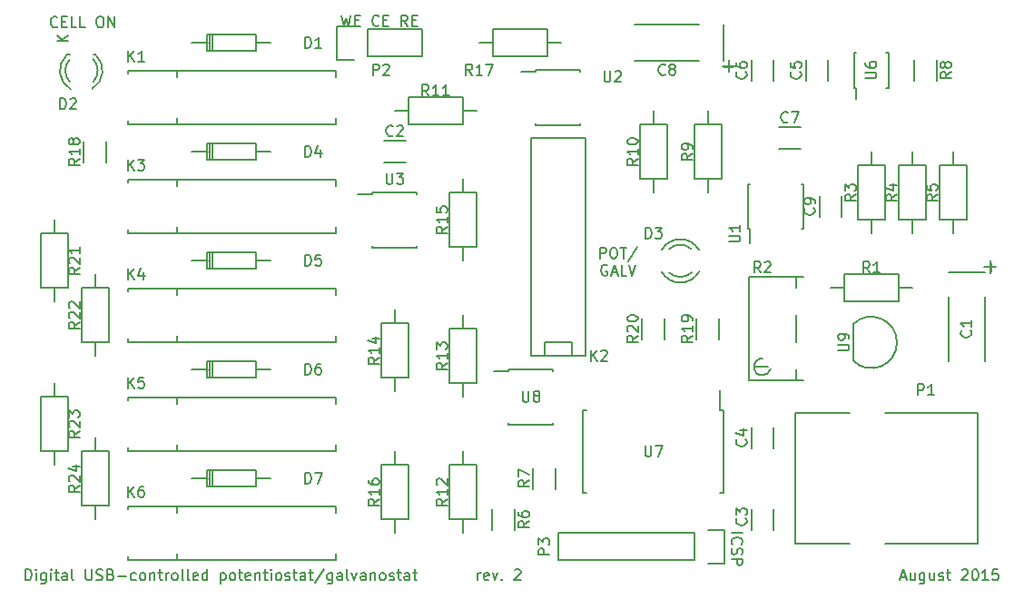
<source format=gto>
G04 #@! TF.FileFunction,Legend,Top*
%FSLAX46Y46*%
G04 Gerber Fmt 4.6, Leading zero omitted, Abs format (unit mm)*
G04 Created by KiCad (PCBNEW 0.201508090901+6074~28~ubuntu14.04.1-product) date Wed 12 Aug 2015 15:55:11 CEST*
%MOMM*%
G01*
G04 APERTURE LIST*
%ADD10C,0.100000*%
%ADD11C,0.200000*%
%ADD12C,0.150000*%
G04 APERTURE END LIST*
D10*
D11*
X135564619Y-105394095D02*
X136564619Y-105394095D01*
X135659857Y-106441714D02*
X135612238Y-106394095D01*
X135564619Y-106251238D01*
X135564619Y-106156000D01*
X135612238Y-106013142D01*
X135707476Y-105917904D01*
X135802714Y-105870285D01*
X135993190Y-105822666D01*
X136136048Y-105822666D01*
X136326524Y-105870285D01*
X136421762Y-105917904D01*
X136517000Y-106013142D01*
X136564619Y-106156000D01*
X136564619Y-106251238D01*
X136517000Y-106394095D01*
X136469381Y-106441714D01*
X135612238Y-106822666D02*
X135564619Y-106965523D01*
X135564619Y-107203619D01*
X135612238Y-107298857D01*
X135659857Y-107346476D01*
X135755095Y-107394095D01*
X135850333Y-107394095D01*
X135945571Y-107346476D01*
X135993190Y-107298857D01*
X136040810Y-107203619D01*
X136088429Y-107013142D01*
X136136048Y-106917904D01*
X136183667Y-106870285D01*
X136278905Y-106822666D01*
X136374143Y-106822666D01*
X136469381Y-106870285D01*
X136517000Y-106917904D01*
X136564619Y-107013142D01*
X136564619Y-107251238D01*
X136517000Y-107394095D01*
X135564619Y-107822666D02*
X136564619Y-107822666D01*
X136564619Y-108203619D01*
X136517000Y-108298857D01*
X136469381Y-108346476D01*
X136374143Y-108394095D01*
X136231286Y-108394095D01*
X136136048Y-108346476D01*
X136088429Y-108298857D01*
X136040810Y-108203619D01*
X136040810Y-107822666D01*
X99195381Y-57110381D02*
X99433476Y-58110381D01*
X99623953Y-57396095D01*
X99814429Y-58110381D01*
X100052524Y-57110381D01*
X100433476Y-57586571D02*
X100766810Y-57586571D01*
X100909667Y-58110381D02*
X100433476Y-58110381D01*
X100433476Y-57110381D01*
X100909667Y-57110381D01*
X102671572Y-58015143D02*
X102623953Y-58062762D01*
X102481096Y-58110381D01*
X102385858Y-58110381D01*
X102243000Y-58062762D01*
X102147762Y-57967524D01*
X102100143Y-57872286D01*
X102052524Y-57681810D01*
X102052524Y-57538952D01*
X102100143Y-57348476D01*
X102147762Y-57253238D01*
X102243000Y-57158000D01*
X102385858Y-57110381D01*
X102481096Y-57110381D01*
X102623953Y-57158000D01*
X102671572Y-57205619D01*
X103100143Y-57586571D02*
X103433477Y-57586571D01*
X103576334Y-58110381D02*
X103100143Y-58110381D01*
X103100143Y-57110381D01*
X103576334Y-57110381D01*
X105338239Y-58110381D02*
X105004905Y-57634190D01*
X104766810Y-58110381D02*
X104766810Y-57110381D01*
X105147763Y-57110381D01*
X105243001Y-57158000D01*
X105290620Y-57205619D01*
X105338239Y-57300857D01*
X105338239Y-57443714D01*
X105290620Y-57538952D01*
X105243001Y-57586571D01*
X105147763Y-57634190D01*
X104766810Y-57634190D01*
X105766810Y-57586571D02*
X106100144Y-57586571D01*
X106243001Y-58110381D02*
X105766810Y-58110381D01*
X105766810Y-57110381D01*
X106243001Y-57110381D01*
X123277524Y-79789381D02*
X123277524Y-78789381D01*
X123658477Y-78789381D01*
X123753715Y-78837000D01*
X123801334Y-78884619D01*
X123848953Y-78979857D01*
X123848953Y-79122714D01*
X123801334Y-79217952D01*
X123753715Y-79265571D01*
X123658477Y-79313190D01*
X123277524Y-79313190D01*
X124468000Y-78789381D02*
X124658477Y-78789381D01*
X124753715Y-78837000D01*
X124848953Y-78932238D01*
X124896572Y-79122714D01*
X124896572Y-79456048D01*
X124848953Y-79646524D01*
X124753715Y-79741762D01*
X124658477Y-79789381D01*
X124468000Y-79789381D01*
X124372762Y-79741762D01*
X124277524Y-79646524D01*
X124229905Y-79456048D01*
X124229905Y-79122714D01*
X124277524Y-78932238D01*
X124372762Y-78837000D01*
X124468000Y-78789381D01*
X125182286Y-78789381D02*
X125753715Y-78789381D01*
X125468000Y-79789381D02*
X125468000Y-78789381D01*
X126801334Y-78741762D02*
X125944191Y-80027476D01*
X123968000Y-80437000D02*
X123872762Y-80389381D01*
X123729905Y-80389381D01*
X123587047Y-80437000D01*
X123491809Y-80532238D01*
X123444190Y-80627476D01*
X123396571Y-80817952D01*
X123396571Y-80960810D01*
X123444190Y-81151286D01*
X123491809Y-81246524D01*
X123587047Y-81341762D01*
X123729905Y-81389381D01*
X123825143Y-81389381D01*
X123968000Y-81341762D01*
X124015619Y-81294143D01*
X124015619Y-80960810D01*
X123825143Y-80960810D01*
X124396571Y-81103667D02*
X124872762Y-81103667D01*
X124301333Y-81389381D02*
X124634666Y-80389381D01*
X124968000Y-81389381D01*
X125777524Y-81389381D02*
X125301333Y-81389381D01*
X125301333Y-80389381D01*
X125968000Y-80389381D02*
X126301333Y-81389381D01*
X126634667Y-80389381D01*
X72676048Y-58142143D02*
X72628429Y-58189762D01*
X72485572Y-58237381D01*
X72390334Y-58237381D01*
X72247476Y-58189762D01*
X72152238Y-58094524D01*
X72104619Y-57999286D01*
X72057000Y-57808810D01*
X72057000Y-57665952D01*
X72104619Y-57475476D01*
X72152238Y-57380238D01*
X72247476Y-57285000D01*
X72390334Y-57237381D01*
X72485572Y-57237381D01*
X72628429Y-57285000D01*
X72676048Y-57332619D01*
X73104619Y-57713571D02*
X73437953Y-57713571D01*
X73580810Y-58237381D02*
X73104619Y-58237381D01*
X73104619Y-57237381D01*
X73580810Y-57237381D01*
X74485572Y-58237381D02*
X74009381Y-58237381D01*
X74009381Y-57237381D01*
X75295096Y-58237381D02*
X74818905Y-58237381D01*
X74818905Y-57237381D01*
X76580810Y-57237381D02*
X76771287Y-57237381D01*
X76866525Y-57285000D01*
X76961763Y-57380238D01*
X77009382Y-57570714D01*
X77009382Y-57904048D01*
X76961763Y-58094524D01*
X76866525Y-58189762D01*
X76771287Y-58237381D01*
X76580810Y-58237381D01*
X76485572Y-58189762D01*
X76390334Y-58094524D01*
X76342715Y-57904048D01*
X76342715Y-57570714D01*
X76390334Y-57380238D01*
X76485572Y-57285000D01*
X76580810Y-57237381D01*
X77437953Y-58237381D02*
X77437953Y-57237381D01*
X78009382Y-58237381D01*
X78009382Y-57237381D01*
X69707095Y-109799381D02*
X69707095Y-108799381D01*
X69945190Y-108799381D01*
X70088048Y-108847000D01*
X70183286Y-108942238D01*
X70230905Y-109037476D01*
X70278524Y-109227952D01*
X70278524Y-109370810D01*
X70230905Y-109561286D01*
X70183286Y-109656524D01*
X70088048Y-109751762D01*
X69945190Y-109799381D01*
X69707095Y-109799381D01*
X70707095Y-109799381D02*
X70707095Y-109132714D01*
X70707095Y-108799381D02*
X70659476Y-108847000D01*
X70707095Y-108894619D01*
X70754714Y-108847000D01*
X70707095Y-108799381D01*
X70707095Y-108894619D01*
X71611857Y-109132714D02*
X71611857Y-109942238D01*
X71564238Y-110037476D01*
X71516619Y-110085095D01*
X71421380Y-110132714D01*
X71278523Y-110132714D01*
X71183285Y-110085095D01*
X71611857Y-109751762D02*
X71516619Y-109799381D01*
X71326142Y-109799381D01*
X71230904Y-109751762D01*
X71183285Y-109704143D01*
X71135666Y-109608905D01*
X71135666Y-109323190D01*
X71183285Y-109227952D01*
X71230904Y-109180333D01*
X71326142Y-109132714D01*
X71516619Y-109132714D01*
X71611857Y-109180333D01*
X72088047Y-109799381D02*
X72088047Y-109132714D01*
X72088047Y-108799381D02*
X72040428Y-108847000D01*
X72088047Y-108894619D01*
X72135666Y-108847000D01*
X72088047Y-108799381D01*
X72088047Y-108894619D01*
X72421380Y-109132714D02*
X72802332Y-109132714D01*
X72564237Y-108799381D02*
X72564237Y-109656524D01*
X72611856Y-109751762D01*
X72707094Y-109799381D01*
X72802332Y-109799381D01*
X73564238Y-109799381D02*
X73564238Y-109275571D01*
X73516619Y-109180333D01*
X73421381Y-109132714D01*
X73230904Y-109132714D01*
X73135666Y-109180333D01*
X73564238Y-109751762D02*
X73469000Y-109799381D01*
X73230904Y-109799381D01*
X73135666Y-109751762D01*
X73088047Y-109656524D01*
X73088047Y-109561286D01*
X73135666Y-109466048D01*
X73230904Y-109418429D01*
X73469000Y-109418429D01*
X73564238Y-109370810D01*
X74183285Y-109799381D02*
X74088047Y-109751762D01*
X74040428Y-109656524D01*
X74040428Y-108799381D01*
X75326143Y-108799381D02*
X75326143Y-109608905D01*
X75373762Y-109704143D01*
X75421381Y-109751762D01*
X75516619Y-109799381D01*
X75707096Y-109799381D01*
X75802334Y-109751762D01*
X75849953Y-109704143D01*
X75897572Y-109608905D01*
X75897572Y-108799381D01*
X76326143Y-109751762D02*
X76469000Y-109799381D01*
X76707096Y-109799381D01*
X76802334Y-109751762D01*
X76849953Y-109704143D01*
X76897572Y-109608905D01*
X76897572Y-109513667D01*
X76849953Y-109418429D01*
X76802334Y-109370810D01*
X76707096Y-109323190D01*
X76516619Y-109275571D01*
X76421381Y-109227952D01*
X76373762Y-109180333D01*
X76326143Y-109085095D01*
X76326143Y-108989857D01*
X76373762Y-108894619D01*
X76421381Y-108847000D01*
X76516619Y-108799381D01*
X76754715Y-108799381D01*
X76897572Y-108847000D01*
X77659477Y-109275571D02*
X77802334Y-109323190D01*
X77849953Y-109370810D01*
X77897572Y-109466048D01*
X77897572Y-109608905D01*
X77849953Y-109704143D01*
X77802334Y-109751762D01*
X77707096Y-109799381D01*
X77326143Y-109799381D01*
X77326143Y-108799381D01*
X77659477Y-108799381D01*
X77754715Y-108847000D01*
X77802334Y-108894619D01*
X77849953Y-108989857D01*
X77849953Y-109085095D01*
X77802334Y-109180333D01*
X77754715Y-109227952D01*
X77659477Y-109275571D01*
X77326143Y-109275571D01*
X78326143Y-109418429D02*
X79088048Y-109418429D01*
X79992810Y-109751762D02*
X79897572Y-109799381D01*
X79707095Y-109799381D01*
X79611857Y-109751762D01*
X79564238Y-109704143D01*
X79516619Y-109608905D01*
X79516619Y-109323190D01*
X79564238Y-109227952D01*
X79611857Y-109180333D01*
X79707095Y-109132714D01*
X79897572Y-109132714D01*
X79992810Y-109180333D01*
X80564238Y-109799381D02*
X80469000Y-109751762D01*
X80421381Y-109704143D01*
X80373762Y-109608905D01*
X80373762Y-109323190D01*
X80421381Y-109227952D01*
X80469000Y-109180333D01*
X80564238Y-109132714D01*
X80707096Y-109132714D01*
X80802334Y-109180333D01*
X80849953Y-109227952D01*
X80897572Y-109323190D01*
X80897572Y-109608905D01*
X80849953Y-109704143D01*
X80802334Y-109751762D01*
X80707096Y-109799381D01*
X80564238Y-109799381D01*
X81326143Y-109132714D02*
X81326143Y-109799381D01*
X81326143Y-109227952D02*
X81373762Y-109180333D01*
X81469000Y-109132714D01*
X81611858Y-109132714D01*
X81707096Y-109180333D01*
X81754715Y-109275571D01*
X81754715Y-109799381D01*
X82088048Y-109132714D02*
X82469000Y-109132714D01*
X82230905Y-108799381D02*
X82230905Y-109656524D01*
X82278524Y-109751762D01*
X82373762Y-109799381D01*
X82469000Y-109799381D01*
X82802334Y-109799381D02*
X82802334Y-109132714D01*
X82802334Y-109323190D02*
X82849953Y-109227952D01*
X82897572Y-109180333D01*
X82992810Y-109132714D01*
X83088049Y-109132714D01*
X83564239Y-109799381D02*
X83469001Y-109751762D01*
X83421382Y-109704143D01*
X83373763Y-109608905D01*
X83373763Y-109323190D01*
X83421382Y-109227952D01*
X83469001Y-109180333D01*
X83564239Y-109132714D01*
X83707097Y-109132714D01*
X83802335Y-109180333D01*
X83849954Y-109227952D01*
X83897573Y-109323190D01*
X83897573Y-109608905D01*
X83849954Y-109704143D01*
X83802335Y-109751762D01*
X83707097Y-109799381D01*
X83564239Y-109799381D01*
X84469001Y-109799381D02*
X84373763Y-109751762D01*
X84326144Y-109656524D01*
X84326144Y-108799381D01*
X84992811Y-109799381D02*
X84897573Y-109751762D01*
X84849954Y-109656524D01*
X84849954Y-108799381D01*
X85754717Y-109751762D02*
X85659479Y-109799381D01*
X85469002Y-109799381D01*
X85373764Y-109751762D01*
X85326145Y-109656524D01*
X85326145Y-109275571D01*
X85373764Y-109180333D01*
X85469002Y-109132714D01*
X85659479Y-109132714D01*
X85754717Y-109180333D01*
X85802336Y-109275571D01*
X85802336Y-109370810D01*
X85326145Y-109466048D01*
X86659479Y-109799381D02*
X86659479Y-108799381D01*
X86659479Y-109751762D02*
X86564241Y-109799381D01*
X86373764Y-109799381D01*
X86278526Y-109751762D01*
X86230907Y-109704143D01*
X86183288Y-109608905D01*
X86183288Y-109323190D01*
X86230907Y-109227952D01*
X86278526Y-109180333D01*
X86373764Y-109132714D01*
X86564241Y-109132714D01*
X86659479Y-109180333D01*
X87897574Y-109132714D02*
X87897574Y-110132714D01*
X87897574Y-109180333D02*
X87992812Y-109132714D01*
X88183289Y-109132714D01*
X88278527Y-109180333D01*
X88326146Y-109227952D01*
X88373765Y-109323190D01*
X88373765Y-109608905D01*
X88326146Y-109704143D01*
X88278527Y-109751762D01*
X88183289Y-109799381D01*
X87992812Y-109799381D01*
X87897574Y-109751762D01*
X88945193Y-109799381D02*
X88849955Y-109751762D01*
X88802336Y-109704143D01*
X88754717Y-109608905D01*
X88754717Y-109323190D01*
X88802336Y-109227952D01*
X88849955Y-109180333D01*
X88945193Y-109132714D01*
X89088051Y-109132714D01*
X89183289Y-109180333D01*
X89230908Y-109227952D01*
X89278527Y-109323190D01*
X89278527Y-109608905D01*
X89230908Y-109704143D01*
X89183289Y-109751762D01*
X89088051Y-109799381D01*
X88945193Y-109799381D01*
X89564241Y-109132714D02*
X89945193Y-109132714D01*
X89707098Y-108799381D02*
X89707098Y-109656524D01*
X89754717Y-109751762D01*
X89849955Y-109799381D01*
X89945193Y-109799381D01*
X90659480Y-109751762D02*
X90564242Y-109799381D01*
X90373765Y-109799381D01*
X90278527Y-109751762D01*
X90230908Y-109656524D01*
X90230908Y-109275571D01*
X90278527Y-109180333D01*
X90373765Y-109132714D01*
X90564242Y-109132714D01*
X90659480Y-109180333D01*
X90707099Y-109275571D01*
X90707099Y-109370810D01*
X90230908Y-109466048D01*
X91135670Y-109132714D02*
X91135670Y-109799381D01*
X91135670Y-109227952D02*
X91183289Y-109180333D01*
X91278527Y-109132714D01*
X91421385Y-109132714D01*
X91516623Y-109180333D01*
X91564242Y-109275571D01*
X91564242Y-109799381D01*
X91897575Y-109132714D02*
X92278527Y-109132714D01*
X92040432Y-108799381D02*
X92040432Y-109656524D01*
X92088051Y-109751762D01*
X92183289Y-109799381D01*
X92278527Y-109799381D01*
X92611861Y-109799381D02*
X92611861Y-109132714D01*
X92611861Y-108799381D02*
X92564242Y-108847000D01*
X92611861Y-108894619D01*
X92659480Y-108847000D01*
X92611861Y-108799381D01*
X92611861Y-108894619D01*
X93230908Y-109799381D02*
X93135670Y-109751762D01*
X93088051Y-109704143D01*
X93040432Y-109608905D01*
X93040432Y-109323190D01*
X93088051Y-109227952D01*
X93135670Y-109180333D01*
X93230908Y-109132714D01*
X93373766Y-109132714D01*
X93469004Y-109180333D01*
X93516623Y-109227952D01*
X93564242Y-109323190D01*
X93564242Y-109608905D01*
X93516623Y-109704143D01*
X93469004Y-109751762D01*
X93373766Y-109799381D01*
X93230908Y-109799381D01*
X93945194Y-109751762D02*
X94040432Y-109799381D01*
X94230908Y-109799381D01*
X94326147Y-109751762D01*
X94373766Y-109656524D01*
X94373766Y-109608905D01*
X94326147Y-109513667D01*
X94230908Y-109466048D01*
X94088051Y-109466048D01*
X93992813Y-109418429D01*
X93945194Y-109323190D01*
X93945194Y-109275571D01*
X93992813Y-109180333D01*
X94088051Y-109132714D01*
X94230908Y-109132714D01*
X94326147Y-109180333D01*
X94659480Y-109132714D02*
X95040432Y-109132714D01*
X94802337Y-108799381D02*
X94802337Y-109656524D01*
X94849956Y-109751762D01*
X94945194Y-109799381D01*
X95040432Y-109799381D01*
X95802338Y-109799381D02*
X95802338Y-109275571D01*
X95754719Y-109180333D01*
X95659481Y-109132714D01*
X95469004Y-109132714D01*
X95373766Y-109180333D01*
X95802338Y-109751762D02*
X95707100Y-109799381D01*
X95469004Y-109799381D01*
X95373766Y-109751762D01*
X95326147Y-109656524D01*
X95326147Y-109561286D01*
X95373766Y-109466048D01*
X95469004Y-109418429D01*
X95707100Y-109418429D01*
X95802338Y-109370810D01*
X96135671Y-109132714D02*
X96516623Y-109132714D01*
X96278528Y-108799381D02*
X96278528Y-109656524D01*
X96326147Y-109751762D01*
X96421385Y-109799381D01*
X96516623Y-109799381D01*
X97564243Y-108751762D02*
X96707100Y-110037476D01*
X98326148Y-109132714D02*
X98326148Y-109942238D01*
X98278529Y-110037476D01*
X98230910Y-110085095D01*
X98135671Y-110132714D01*
X97992814Y-110132714D01*
X97897576Y-110085095D01*
X98326148Y-109751762D02*
X98230910Y-109799381D01*
X98040433Y-109799381D01*
X97945195Y-109751762D01*
X97897576Y-109704143D01*
X97849957Y-109608905D01*
X97849957Y-109323190D01*
X97897576Y-109227952D01*
X97945195Y-109180333D01*
X98040433Y-109132714D01*
X98230910Y-109132714D01*
X98326148Y-109180333D01*
X99230910Y-109799381D02*
X99230910Y-109275571D01*
X99183291Y-109180333D01*
X99088053Y-109132714D01*
X98897576Y-109132714D01*
X98802338Y-109180333D01*
X99230910Y-109751762D02*
X99135672Y-109799381D01*
X98897576Y-109799381D01*
X98802338Y-109751762D01*
X98754719Y-109656524D01*
X98754719Y-109561286D01*
X98802338Y-109466048D01*
X98897576Y-109418429D01*
X99135672Y-109418429D01*
X99230910Y-109370810D01*
X99849957Y-109799381D02*
X99754719Y-109751762D01*
X99707100Y-109656524D01*
X99707100Y-108799381D01*
X100135672Y-109132714D02*
X100373767Y-109799381D01*
X100611863Y-109132714D01*
X101421387Y-109799381D02*
X101421387Y-109275571D01*
X101373768Y-109180333D01*
X101278530Y-109132714D01*
X101088053Y-109132714D01*
X100992815Y-109180333D01*
X101421387Y-109751762D02*
X101326149Y-109799381D01*
X101088053Y-109799381D01*
X100992815Y-109751762D01*
X100945196Y-109656524D01*
X100945196Y-109561286D01*
X100992815Y-109466048D01*
X101088053Y-109418429D01*
X101326149Y-109418429D01*
X101421387Y-109370810D01*
X101897577Y-109132714D02*
X101897577Y-109799381D01*
X101897577Y-109227952D02*
X101945196Y-109180333D01*
X102040434Y-109132714D01*
X102183292Y-109132714D01*
X102278530Y-109180333D01*
X102326149Y-109275571D01*
X102326149Y-109799381D01*
X102945196Y-109799381D02*
X102849958Y-109751762D01*
X102802339Y-109704143D01*
X102754720Y-109608905D01*
X102754720Y-109323190D01*
X102802339Y-109227952D01*
X102849958Y-109180333D01*
X102945196Y-109132714D01*
X103088054Y-109132714D01*
X103183292Y-109180333D01*
X103230911Y-109227952D01*
X103278530Y-109323190D01*
X103278530Y-109608905D01*
X103230911Y-109704143D01*
X103183292Y-109751762D01*
X103088054Y-109799381D01*
X102945196Y-109799381D01*
X103659482Y-109751762D02*
X103754720Y-109799381D01*
X103945196Y-109799381D01*
X104040435Y-109751762D01*
X104088054Y-109656524D01*
X104088054Y-109608905D01*
X104040435Y-109513667D01*
X103945196Y-109466048D01*
X103802339Y-109466048D01*
X103707101Y-109418429D01*
X103659482Y-109323190D01*
X103659482Y-109275571D01*
X103707101Y-109180333D01*
X103802339Y-109132714D01*
X103945196Y-109132714D01*
X104040435Y-109180333D01*
X104373768Y-109132714D02*
X104754720Y-109132714D01*
X104516625Y-108799381D02*
X104516625Y-109656524D01*
X104564244Y-109751762D01*
X104659482Y-109799381D01*
X104754720Y-109799381D01*
X105516626Y-109799381D02*
X105516626Y-109275571D01*
X105469007Y-109180333D01*
X105373769Y-109132714D01*
X105183292Y-109132714D01*
X105088054Y-109180333D01*
X105516626Y-109751762D02*
X105421388Y-109799381D01*
X105183292Y-109799381D01*
X105088054Y-109751762D01*
X105040435Y-109656524D01*
X105040435Y-109561286D01*
X105088054Y-109466048D01*
X105183292Y-109418429D01*
X105421388Y-109418429D01*
X105516626Y-109370810D01*
X105849959Y-109132714D02*
X106230911Y-109132714D01*
X105992816Y-108799381D02*
X105992816Y-109656524D01*
X106040435Y-109751762D01*
X106135673Y-109799381D01*
X106230911Y-109799381D01*
X111897580Y-109799381D02*
X111897580Y-109132714D01*
X111897580Y-109323190D02*
X111945199Y-109227952D01*
X111992818Y-109180333D01*
X112088056Y-109132714D01*
X112183295Y-109132714D01*
X112897581Y-109751762D02*
X112802343Y-109799381D01*
X112611866Y-109799381D01*
X112516628Y-109751762D01*
X112469009Y-109656524D01*
X112469009Y-109275571D01*
X112516628Y-109180333D01*
X112611866Y-109132714D01*
X112802343Y-109132714D01*
X112897581Y-109180333D01*
X112945200Y-109275571D01*
X112945200Y-109370810D01*
X112469009Y-109466048D01*
X113278533Y-109132714D02*
X113516628Y-109799381D01*
X113754724Y-109132714D01*
X114135676Y-109704143D02*
X114183295Y-109751762D01*
X114135676Y-109799381D01*
X114088057Y-109751762D01*
X114135676Y-109704143D01*
X114135676Y-109799381D01*
X115326152Y-108894619D02*
X115373771Y-108847000D01*
X115469009Y-108799381D01*
X115707105Y-108799381D01*
X115802343Y-108847000D01*
X115849962Y-108894619D01*
X115897581Y-108989857D01*
X115897581Y-109085095D01*
X115849962Y-109227952D01*
X115278533Y-109799381D01*
X115897581Y-109799381D01*
X151326163Y-109513667D02*
X151802354Y-109513667D01*
X151230925Y-109799381D02*
X151564258Y-108799381D01*
X151897592Y-109799381D01*
X152659497Y-109132714D02*
X152659497Y-109799381D01*
X152230925Y-109132714D02*
X152230925Y-109656524D01*
X152278544Y-109751762D01*
X152373782Y-109799381D01*
X152516640Y-109799381D01*
X152611878Y-109751762D01*
X152659497Y-109704143D01*
X153564259Y-109132714D02*
X153564259Y-109942238D01*
X153516640Y-110037476D01*
X153469021Y-110085095D01*
X153373782Y-110132714D01*
X153230925Y-110132714D01*
X153135687Y-110085095D01*
X153564259Y-109751762D02*
X153469021Y-109799381D01*
X153278544Y-109799381D01*
X153183306Y-109751762D01*
X153135687Y-109704143D01*
X153088068Y-109608905D01*
X153088068Y-109323190D01*
X153135687Y-109227952D01*
X153183306Y-109180333D01*
X153278544Y-109132714D01*
X153469021Y-109132714D01*
X153564259Y-109180333D01*
X154469021Y-109132714D02*
X154469021Y-109799381D01*
X154040449Y-109132714D02*
X154040449Y-109656524D01*
X154088068Y-109751762D01*
X154183306Y-109799381D01*
X154326164Y-109799381D01*
X154421402Y-109751762D01*
X154469021Y-109704143D01*
X154897592Y-109751762D02*
X154992830Y-109799381D01*
X155183306Y-109799381D01*
X155278545Y-109751762D01*
X155326164Y-109656524D01*
X155326164Y-109608905D01*
X155278545Y-109513667D01*
X155183306Y-109466048D01*
X155040449Y-109466048D01*
X154945211Y-109418429D01*
X154897592Y-109323190D01*
X154897592Y-109275571D01*
X154945211Y-109180333D01*
X155040449Y-109132714D01*
X155183306Y-109132714D01*
X155278545Y-109180333D01*
X155611878Y-109132714D02*
X155992830Y-109132714D01*
X155754735Y-108799381D02*
X155754735Y-109656524D01*
X155802354Y-109751762D01*
X155897592Y-109799381D01*
X155992830Y-109799381D01*
X157040450Y-108894619D02*
X157088069Y-108847000D01*
X157183307Y-108799381D01*
X157421403Y-108799381D01*
X157516641Y-108847000D01*
X157564260Y-108894619D01*
X157611879Y-108989857D01*
X157611879Y-109085095D01*
X157564260Y-109227952D01*
X156992831Y-109799381D01*
X157611879Y-109799381D01*
X158230926Y-108799381D02*
X158326165Y-108799381D01*
X158421403Y-108847000D01*
X158469022Y-108894619D01*
X158516641Y-108989857D01*
X158564260Y-109180333D01*
X158564260Y-109418429D01*
X158516641Y-109608905D01*
X158469022Y-109704143D01*
X158421403Y-109751762D01*
X158326165Y-109799381D01*
X158230926Y-109799381D01*
X158135688Y-109751762D01*
X158088069Y-109704143D01*
X158040450Y-109608905D01*
X157992831Y-109418429D01*
X157992831Y-109180333D01*
X158040450Y-108989857D01*
X158088069Y-108894619D01*
X158135688Y-108847000D01*
X158230926Y-108799381D01*
X159516641Y-109799381D02*
X158945212Y-109799381D01*
X159230926Y-109799381D02*
X159230926Y-108799381D01*
X159135688Y-108942238D01*
X159040450Y-109037476D01*
X158945212Y-109085095D01*
X160421403Y-108799381D02*
X159945212Y-108799381D01*
X159897593Y-109275571D01*
X159945212Y-109227952D01*
X160040450Y-109180333D01*
X160278546Y-109180333D01*
X160373784Y-109227952D01*
X160421403Y-109275571D01*
X160469022Y-109370810D01*
X160469022Y-109608905D01*
X160421403Y-109704143D01*
X160373784Y-109751762D01*
X160278546Y-109799381D01*
X160040450Y-109799381D01*
X159945212Y-109751762D01*
X159897593Y-109704143D01*
D12*
X159179260Y-81109820D02*
X155780740Y-81109820D01*
X155780740Y-89359740D02*
X155780740Y-83360260D01*
X159179260Y-89359740D02*
X159179260Y-83360260D01*
X160182560Y-80606900D02*
X159082740Y-80606900D01*
X159682180Y-80007460D02*
X159682180Y-81206340D01*
X103140000Y-70875000D02*
X105140000Y-70875000D01*
X105140000Y-68825000D02*
X103140000Y-68825000D01*
X137405000Y-103140000D02*
X137405000Y-105140000D01*
X139455000Y-105140000D02*
X139455000Y-103140000D01*
X139455000Y-97520000D02*
X139455000Y-95520000D01*
X137405000Y-95520000D02*
X137405000Y-97520000D01*
X144535000Y-63230000D02*
X144535000Y-61230000D01*
X142485000Y-61230000D02*
X142485000Y-63230000D01*
X137405000Y-61230000D02*
X137405000Y-63230000D01*
X139455000Y-63230000D02*
X139455000Y-61230000D01*
X141970000Y-67555000D02*
X139970000Y-67555000D01*
X139970000Y-69605000D02*
X141970000Y-69605000D01*
X134790180Y-61389260D02*
X134790180Y-57990740D01*
X126540260Y-57990740D02*
X132539740Y-57990740D01*
X126540260Y-61389260D02*
X132539740Y-61389260D01*
X135293100Y-62392560D02*
X135293100Y-61292740D01*
X135892540Y-61892180D02*
X134693660Y-61892180D01*
X145805000Y-75930000D02*
X145805000Y-73930000D01*
X143755000Y-73930000D02*
X143755000Y-75930000D01*
X91186520Y-59687460D02*
X92583520Y-59687460D01*
X86741520Y-59687460D02*
X85217520Y-59687460D01*
X87122520Y-58925460D02*
X87122520Y-60449460D01*
X86868520Y-58925460D02*
X86868520Y-60449460D01*
X86614520Y-59687460D02*
X86614520Y-60449460D01*
X86614520Y-60449460D02*
X91186520Y-60449460D01*
X91186520Y-60449460D02*
X91186520Y-58925460D01*
X91186520Y-58925460D02*
X86614520Y-58925460D01*
X86614520Y-58925460D02*
X86614520Y-59687460D01*
X73616000Y-60761000D02*
X73816000Y-60761000D01*
X76210000Y-60761000D02*
X76030000Y-60761000D01*
X75899643Y-63988744D02*
G75*
G03X76216000Y-60761000I-1003643J1727744D01*
G01*
X76029068Y-63313006D02*
G75*
G03X76030000Y-61210000I-1133068J1052006D01*
G01*
X73589274Y-60773780D02*
G75*
G03X73936000Y-64011000I1306726J-1497220D01*
G01*
X73816747Y-61247111D02*
G75*
G03X73836000Y-63295000I1079253J-1013889D01*
G01*
X129028974Y-81042865D02*
G75*
G03X132550000Y-81010000I1751026J1032865D01*
G01*
X129727920Y-81108070D02*
G75*
G03X131830000Y-81110000I1052080J1132070D01*
G01*
X132515829Y-78991456D02*
G75*
G03X129030000Y-79016000I-1735829J-1018544D01*
G01*
X131794063Y-78900744D02*
G75*
G03X129750000Y-78916000I-1014063J-1075256D01*
G01*
X91186520Y-69847460D02*
X92583520Y-69847460D01*
X86741520Y-69847460D02*
X85217520Y-69847460D01*
X87122520Y-69085460D02*
X87122520Y-70609460D01*
X86868520Y-69085460D02*
X86868520Y-70609460D01*
X86614520Y-69847460D02*
X86614520Y-70609460D01*
X86614520Y-70609460D02*
X91186520Y-70609460D01*
X91186520Y-70609460D02*
X91186520Y-69085460D01*
X91186520Y-69085460D02*
X86614520Y-69085460D01*
X86614520Y-69085460D02*
X86614520Y-69847460D01*
X91186520Y-80007460D02*
X92583520Y-80007460D01*
X86741520Y-80007460D02*
X85217520Y-80007460D01*
X87122520Y-79245460D02*
X87122520Y-80769460D01*
X86868520Y-79245460D02*
X86868520Y-80769460D01*
X86614520Y-80007460D02*
X86614520Y-80769460D01*
X86614520Y-80769460D02*
X91186520Y-80769460D01*
X91186520Y-80769460D02*
X91186520Y-79245460D01*
X91186520Y-79245460D02*
X86614520Y-79245460D01*
X86614520Y-79245460D02*
X86614520Y-80007460D01*
X91186520Y-90167460D02*
X92583520Y-90167460D01*
X86741520Y-90167460D02*
X85217520Y-90167460D01*
X87122520Y-89405460D02*
X87122520Y-90929460D01*
X86868520Y-89405460D02*
X86868520Y-90929460D01*
X86614520Y-90167460D02*
X86614520Y-90929460D01*
X86614520Y-90929460D02*
X91186520Y-90929460D01*
X91186520Y-90929460D02*
X91186520Y-89405460D01*
X91186520Y-89405460D02*
X86614520Y-89405460D01*
X86614520Y-89405460D02*
X86614520Y-90167460D01*
X91186520Y-100327460D02*
X92583520Y-100327460D01*
X86741520Y-100327460D02*
X85217520Y-100327460D01*
X87122520Y-99565460D02*
X87122520Y-101089460D01*
X86868520Y-99565460D02*
X86868520Y-101089460D01*
X86614520Y-100327460D02*
X86614520Y-101089460D01*
X86614520Y-101089460D02*
X91186520Y-101089460D01*
X91186520Y-101089460D02*
X91186520Y-99565460D01*
X91186520Y-99565460D02*
X86614520Y-99565460D01*
X86614520Y-99565460D02*
X86614520Y-100327460D01*
X83820000Y-67270000D02*
X83820000Y-66670000D01*
X83820000Y-62270000D02*
X83820000Y-62870000D01*
X98640000Y-67270000D02*
X79240000Y-67270000D01*
X79240000Y-67270000D02*
X79240000Y-66970000D01*
X98640000Y-67270000D02*
X98640000Y-66670000D01*
X98640000Y-62270000D02*
X79240000Y-62270000D01*
X79240000Y-62270000D02*
X79240000Y-62570000D01*
X98640000Y-62270000D02*
X98640000Y-62870000D01*
X116840000Y-88900000D02*
X116840000Y-68580000D01*
X121920000Y-68580000D02*
X121920000Y-88900000D01*
X121920000Y-88900000D02*
X116840000Y-88900000D01*
X118110000Y-88900000D02*
X118110000Y-87630000D01*
X118110000Y-87630000D02*
X120650000Y-87630000D01*
X120650000Y-87630000D02*
X120650000Y-88900000D01*
X116840000Y-68580000D02*
X121920000Y-68580000D01*
X83820000Y-77430000D02*
X83820000Y-76830000D01*
X83820000Y-72430000D02*
X83820000Y-73030000D01*
X98640000Y-77430000D02*
X79240000Y-77430000D01*
X79240000Y-77430000D02*
X79240000Y-77130000D01*
X98640000Y-77430000D02*
X98640000Y-76830000D01*
X98640000Y-72430000D02*
X79240000Y-72430000D01*
X79240000Y-72430000D02*
X79240000Y-72730000D01*
X98640000Y-72430000D02*
X98640000Y-73030000D01*
X83820000Y-87590000D02*
X83820000Y-86990000D01*
X83820000Y-82590000D02*
X83820000Y-83190000D01*
X98640000Y-87590000D02*
X79240000Y-87590000D01*
X79240000Y-87590000D02*
X79240000Y-87290000D01*
X98640000Y-87590000D02*
X98640000Y-86990000D01*
X98640000Y-82590000D02*
X79240000Y-82590000D01*
X79240000Y-82590000D02*
X79240000Y-82890000D01*
X98640000Y-82590000D02*
X98640000Y-83190000D01*
X83820000Y-97750000D02*
X83820000Y-97150000D01*
X83820000Y-92750000D02*
X83820000Y-93350000D01*
X98640000Y-97750000D02*
X79240000Y-97750000D01*
X79240000Y-97750000D02*
X79240000Y-97450000D01*
X98640000Y-97750000D02*
X98640000Y-97150000D01*
X98640000Y-92750000D02*
X79240000Y-92750000D01*
X79240000Y-92750000D02*
X79240000Y-93050000D01*
X98640000Y-92750000D02*
X98640000Y-93350000D01*
X83820000Y-107910000D02*
X83820000Y-107310000D01*
X83820000Y-102910000D02*
X83820000Y-103510000D01*
X98640000Y-107910000D02*
X79240000Y-107910000D01*
X79240000Y-107910000D02*
X79240000Y-107610000D01*
X98640000Y-107910000D02*
X98640000Y-107310000D01*
X98640000Y-102910000D02*
X79240000Y-102910000D01*
X79240000Y-102910000D02*
X79240000Y-103210000D01*
X98640000Y-102910000D02*
X98640000Y-103510000D01*
X149860000Y-106426000D02*
X158496000Y-106426000D01*
X141478000Y-106426000D02*
X146558000Y-106426000D01*
X149860000Y-94234000D02*
X158496000Y-94234000D01*
X141478000Y-94234000D02*
X146558000Y-94234000D01*
X158496000Y-94234000D02*
X158496000Y-106426000D01*
X141478000Y-106426000D02*
X141478000Y-94234000D01*
X101600000Y-60960000D02*
X106680000Y-60960000D01*
X106680000Y-60960000D02*
X106680000Y-58420000D01*
X106680000Y-58420000D02*
X101600000Y-58420000D01*
X98780000Y-58140000D02*
X100330000Y-58140000D01*
X101600000Y-58420000D02*
X101600000Y-60960000D01*
X100330000Y-61240000D02*
X98780000Y-61240000D01*
X98780000Y-61240000D02*
X98780000Y-58140000D01*
X132080000Y-107950000D02*
X119380000Y-107950000D01*
X119380000Y-107950000D02*
X119380000Y-105410000D01*
X119380000Y-105410000D02*
X132080000Y-105410000D01*
X134900000Y-108230000D02*
X133350000Y-108230000D01*
X132080000Y-107950000D02*
X132080000Y-105410000D01*
X133350000Y-105130000D02*
X134900000Y-105130000D01*
X134900000Y-105130000D02*
X134900000Y-108230000D01*
X146050000Y-81280000D02*
X151130000Y-81280000D01*
X151130000Y-81280000D02*
X151130000Y-83820000D01*
X151130000Y-83820000D02*
X146050000Y-83820000D01*
X146050000Y-83820000D02*
X146050000Y-81280000D01*
X146050000Y-82550000D02*
X144780000Y-82550000D01*
X151130000Y-82550000D02*
X152400000Y-82550000D01*
X141605000Y-90170000D02*
X141605000Y-91186000D01*
X141605000Y-85090000D02*
X141605000Y-87630000D01*
X141605000Y-81534000D02*
X141605000Y-82550000D01*
X137668000Y-89916000D02*
X138938000Y-89916000D01*
X138417300Y-89128600D02*
X138163300Y-89166700D01*
X138163300Y-89166700D02*
X137883900Y-89344500D01*
X137883900Y-89344500D02*
X137668000Y-89662000D01*
X137668000Y-89662000D02*
X137655300Y-90106500D01*
X137655300Y-90106500D02*
X137858500Y-90462100D01*
X137858500Y-90462100D02*
X138150600Y-90639900D01*
X138150600Y-90639900D02*
X138468100Y-90690700D01*
X138468100Y-90690700D02*
X138874500Y-90589100D01*
X138874500Y-90589100D02*
X139128500Y-90246200D01*
X139128500Y-90246200D02*
X139217400Y-90068400D01*
X138430000Y-91186000D02*
X137160000Y-91186000D01*
X137160000Y-91186000D02*
X137160000Y-81534000D01*
X137160000Y-81534000D02*
X142240000Y-81534000D01*
X142240000Y-91186000D02*
X139700000Y-91186000D01*
X139700000Y-91186000D02*
X138430000Y-91186000D01*
X147320000Y-76200000D02*
X147320000Y-71120000D01*
X147320000Y-71120000D02*
X149860000Y-71120000D01*
X149860000Y-71120000D02*
X149860000Y-76200000D01*
X149860000Y-76200000D02*
X147320000Y-76200000D01*
X148590000Y-76200000D02*
X148590000Y-77470000D01*
X148590000Y-71120000D02*
X148590000Y-69850000D01*
X151130000Y-76200000D02*
X151130000Y-71120000D01*
X151130000Y-71120000D02*
X153670000Y-71120000D01*
X153670000Y-71120000D02*
X153670000Y-76200000D01*
X153670000Y-76200000D02*
X151130000Y-76200000D01*
X152400000Y-76200000D02*
X152400000Y-77470000D01*
X152400000Y-71120000D02*
X152400000Y-69850000D01*
X157480000Y-71120000D02*
X157480000Y-76200000D01*
X157480000Y-76200000D02*
X154940000Y-76200000D01*
X154940000Y-76200000D02*
X154940000Y-71120000D01*
X154940000Y-71120000D02*
X157480000Y-71120000D01*
X156210000Y-71120000D02*
X156210000Y-69850000D01*
X156210000Y-76200000D02*
X156210000Y-77470000D01*
X115375000Y-103140000D02*
X115375000Y-105140000D01*
X113225000Y-105140000D02*
X113225000Y-103140000D01*
X119185000Y-99330000D02*
X119185000Y-101330000D01*
X117035000Y-101330000D02*
X117035000Y-99330000D01*
X154745000Y-61230000D02*
X154745000Y-63230000D01*
X152595000Y-63230000D02*
X152595000Y-61230000D01*
X132080000Y-72390000D02*
X132080000Y-67310000D01*
X132080000Y-67310000D02*
X134620000Y-67310000D01*
X134620000Y-67310000D02*
X134620000Y-72390000D01*
X134620000Y-72390000D02*
X132080000Y-72390000D01*
X133350000Y-72390000D02*
X133350000Y-73660000D01*
X133350000Y-67310000D02*
X133350000Y-66040000D01*
X129540000Y-67310000D02*
X129540000Y-72390000D01*
X129540000Y-72390000D02*
X127000000Y-72390000D01*
X127000000Y-72390000D02*
X127000000Y-67310000D01*
X127000000Y-67310000D02*
X129540000Y-67310000D01*
X128270000Y-67310000D02*
X128270000Y-66040000D01*
X128270000Y-72390000D02*
X128270000Y-73660000D01*
X110490000Y-67310000D02*
X105410000Y-67310000D01*
X105410000Y-67310000D02*
X105410000Y-64770000D01*
X105410000Y-64770000D02*
X110490000Y-64770000D01*
X110490000Y-64770000D02*
X110490000Y-67310000D01*
X110490000Y-66040000D02*
X111760000Y-66040000D01*
X105410000Y-66040000D02*
X104140000Y-66040000D01*
X111760000Y-99060000D02*
X111760000Y-104140000D01*
X111760000Y-104140000D02*
X109220000Y-104140000D01*
X109220000Y-104140000D02*
X109220000Y-99060000D01*
X109220000Y-99060000D02*
X111760000Y-99060000D01*
X110490000Y-99060000D02*
X110490000Y-97790000D01*
X110490000Y-104140000D02*
X110490000Y-105410000D01*
X111760000Y-86360000D02*
X111760000Y-91440000D01*
X111760000Y-91440000D02*
X109220000Y-91440000D01*
X109220000Y-91440000D02*
X109220000Y-86360000D01*
X109220000Y-86360000D02*
X111760000Y-86360000D01*
X110490000Y-86360000D02*
X110490000Y-85090000D01*
X110490000Y-91440000D02*
X110490000Y-92710000D01*
X102870000Y-90932000D02*
X102870000Y-85852000D01*
X102870000Y-85852000D02*
X105410000Y-85852000D01*
X105410000Y-85852000D02*
X105410000Y-90932000D01*
X105410000Y-90932000D02*
X102870000Y-90932000D01*
X104140000Y-90932000D02*
X104140000Y-92202000D01*
X104140000Y-85852000D02*
X104140000Y-84582000D01*
X109220000Y-78740000D02*
X109220000Y-73660000D01*
X109220000Y-73660000D02*
X111760000Y-73660000D01*
X111760000Y-73660000D02*
X111760000Y-78740000D01*
X111760000Y-78740000D02*
X109220000Y-78740000D01*
X110490000Y-78740000D02*
X110490000Y-80010000D01*
X110490000Y-73660000D02*
X110490000Y-72390000D01*
X105410000Y-99060000D02*
X105410000Y-104140000D01*
X105410000Y-104140000D02*
X102870000Y-104140000D01*
X102870000Y-104140000D02*
X102870000Y-99060000D01*
X102870000Y-99060000D02*
X105410000Y-99060000D01*
X104140000Y-99060000D02*
X104140000Y-97790000D01*
X104140000Y-104140000D02*
X104140000Y-105410000D01*
X118364000Y-60960000D02*
X113284000Y-60960000D01*
X113284000Y-60960000D02*
X113284000Y-58420000D01*
X113284000Y-58420000D02*
X118364000Y-58420000D01*
X118364000Y-58420000D02*
X118364000Y-60960000D01*
X118364000Y-59690000D02*
X119634000Y-59690000D01*
X113284000Y-59690000D02*
X112014000Y-59690000D01*
X75125000Y-70850000D02*
X75125000Y-68850000D01*
X77275000Y-68850000D02*
X77275000Y-70850000D01*
X132275000Y-87360000D02*
X132275000Y-85360000D01*
X134425000Y-85360000D02*
X134425000Y-87360000D01*
X127195000Y-87360000D02*
X127195000Y-85360000D01*
X129345000Y-85360000D02*
X129345000Y-87360000D01*
X73660000Y-77470000D02*
X73660000Y-82550000D01*
X73660000Y-82550000D02*
X71120000Y-82550000D01*
X71120000Y-82550000D02*
X71120000Y-77470000D01*
X71120000Y-77470000D02*
X73660000Y-77470000D01*
X72390000Y-77470000D02*
X72390000Y-76200000D01*
X72390000Y-82550000D02*
X72390000Y-83820000D01*
X77470000Y-82550000D02*
X77470000Y-87630000D01*
X77470000Y-87630000D02*
X74930000Y-87630000D01*
X74930000Y-87630000D02*
X74930000Y-82550000D01*
X74930000Y-82550000D02*
X77470000Y-82550000D01*
X76200000Y-82550000D02*
X76200000Y-81280000D01*
X76200000Y-87630000D02*
X76200000Y-88900000D01*
X71120000Y-97790000D02*
X71120000Y-92710000D01*
X71120000Y-92710000D02*
X73660000Y-92710000D01*
X73660000Y-92710000D02*
X73660000Y-97790000D01*
X73660000Y-97790000D02*
X71120000Y-97790000D01*
X72390000Y-97790000D02*
X72390000Y-99060000D01*
X72390000Y-92710000D02*
X72390000Y-91440000D01*
X74930000Y-102870000D02*
X74930000Y-97790000D01*
X74930000Y-97790000D02*
X77470000Y-97790000D01*
X77470000Y-97790000D02*
X77470000Y-102870000D01*
X77470000Y-102870000D02*
X74930000Y-102870000D01*
X76200000Y-102870000D02*
X76200000Y-104140000D01*
X76200000Y-97790000D02*
X76200000Y-96520000D01*
X137125000Y-77005000D02*
X137270000Y-77005000D01*
X137125000Y-72855000D02*
X137270000Y-72855000D01*
X142275000Y-72855000D02*
X142130000Y-72855000D01*
X142275000Y-77005000D02*
X142130000Y-77005000D01*
X137125000Y-77005000D02*
X137125000Y-72855000D01*
X142275000Y-77005000D02*
X142275000Y-72855000D01*
X137270000Y-77005000D02*
X137270000Y-78405000D01*
X117305000Y-62195000D02*
X117305000Y-62340000D01*
X121455000Y-62195000D02*
X121455000Y-62340000D01*
X121455000Y-67345000D02*
X121455000Y-67200000D01*
X117305000Y-67345000D02*
X117305000Y-67200000D01*
X117305000Y-62195000D02*
X121455000Y-62195000D01*
X117305000Y-67345000D02*
X121455000Y-67345000D01*
X117305000Y-62340000D02*
X115905000Y-62340000D01*
X102065000Y-73625000D02*
X102065000Y-73770000D01*
X106215000Y-73625000D02*
X106215000Y-73770000D01*
X106215000Y-78775000D02*
X106215000Y-78630000D01*
X102065000Y-78775000D02*
X102065000Y-78630000D01*
X102065000Y-73625000D02*
X106215000Y-73625000D01*
X102065000Y-78775000D02*
X106215000Y-78775000D01*
X102065000Y-73770000D02*
X100665000Y-73770000D01*
X146965000Y-63855000D02*
X147190000Y-63855000D01*
X146965000Y-60605000D02*
X147190000Y-60605000D01*
X150215000Y-60605000D02*
X149990000Y-60605000D01*
X150215000Y-63855000D02*
X149990000Y-63855000D01*
X146965000Y-63855000D02*
X146965000Y-60605000D01*
X150215000Y-63855000D02*
X150215000Y-60605000D01*
X147190000Y-63855000D02*
X147190000Y-64930000D01*
X134845000Y-93915000D02*
X134510000Y-93915000D01*
X134845000Y-101665000D02*
X134510000Y-101665000D01*
X121695000Y-101665000D02*
X122030000Y-101665000D01*
X121695000Y-93915000D02*
X122030000Y-93915000D01*
X134845000Y-93915000D02*
X134845000Y-101665000D01*
X121695000Y-93915000D02*
X121695000Y-101665000D01*
X134510000Y-93915000D02*
X134510000Y-92115000D01*
X114765000Y-90135000D02*
X114765000Y-90280000D01*
X118915000Y-90135000D02*
X118915000Y-90280000D01*
X118915000Y-95285000D02*
X118915000Y-95140000D01*
X114765000Y-95285000D02*
X114765000Y-95140000D01*
X114765000Y-90135000D02*
X118915000Y-90135000D01*
X114765000Y-95285000D02*
X118915000Y-95285000D01*
X114765000Y-90280000D02*
X113365000Y-90280000D01*
X146890000Y-85930000D02*
X146890000Y-89330000D01*
X146892944Y-85932944D02*
G75*
G02X150990000Y-87630000I1697056J-1697056D01*
G01*
X146892944Y-89327056D02*
G75*
G03X150990000Y-87630000I1697056J1697056D01*
G01*
X157837143Y-86526666D02*
X157884762Y-86574285D01*
X157932381Y-86717142D01*
X157932381Y-86812380D01*
X157884762Y-86955238D01*
X157789524Y-87050476D01*
X157694286Y-87098095D01*
X157503810Y-87145714D01*
X157360952Y-87145714D01*
X157170476Y-87098095D01*
X157075238Y-87050476D01*
X156980000Y-86955238D01*
X156932381Y-86812380D01*
X156932381Y-86717142D01*
X156980000Y-86574285D01*
X157027619Y-86526666D01*
X157932381Y-85574285D02*
X157932381Y-86145714D01*
X157932381Y-85860000D02*
X156932381Y-85860000D01*
X157075238Y-85955238D01*
X157170476Y-86050476D01*
X157218095Y-86145714D01*
X159751069Y-80990392D02*
X159751069Y-80228487D01*
X160132021Y-80609439D02*
X159370116Y-80609439D01*
X103973334Y-68302143D02*
X103925715Y-68349762D01*
X103782858Y-68397381D01*
X103687620Y-68397381D01*
X103544762Y-68349762D01*
X103449524Y-68254524D01*
X103401905Y-68159286D01*
X103354286Y-67968810D01*
X103354286Y-67825952D01*
X103401905Y-67635476D01*
X103449524Y-67540238D01*
X103544762Y-67445000D01*
X103687620Y-67397381D01*
X103782858Y-67397381D01*
X103925715Y-67445000D01*
X103973334Y-67492619D01*
X104354286Y-67492619D02*
X104401905Y-67445000D01*
X104497143Y-67397381D01*
X104735239Y-67397381D01*
X104830477Y-67445000D01*
X104878096Y-67492619D01*
X104925715Y-67587857D01*
X104925715Y-67683095D01*
X104878096Y-67825952D01*
X104306667Y-68397381D01*
X104925715Y-68397381D01*
X136882143Y-104052666D02*
X136929762Y-104100285D01*
X136977381Y-104243142D01*
X136977381Y-104338380D01*
X136929762Y-104481238D01*
X136834524Y-104576476D01*
X136739286Y-104624095D01*
X136548810Y-104671714D01*
X136405952Y-104671714D01*
X136215476Y-104624095D01*
X136120238Y-104576476D01*
X136025000Y-104481238D01*
X135977381Y-104338380D01*
X135977381Y-104243142D01*
X136025000Y-104100285D01*
X136072619Y-104052666D01*
X135977381Y-103719333D02*
X135977381Y-103100285D01*
X136358333Y-103433619D01*
X136358333Y-103290761D01*
X136405952Y-103195523D01*
X136453571Y-103147904D01*
X136548810Y-103100285D01*
X136786905Y-103100285D01*
X136882143Y-103147904D01*
X136929762Y-103195523D01*
X136977381Y-103290761D01*
X136977381Y-103576476D01*
X136929762Y-103671714D01*
X136882143Y-103719333D01*
X136882143Y-96686666D02*
X136929762Y-96734285D01*
X136977381Y-96877142D01*
X136977381Y-96972380D01*
X136929762Y-97115238D01*
X136834524Y-97210476D01*
X136739286Y-97258095D01*
X136548810Y-97305714D01*
X136405952Y-97305714D01*
X136215476Y-97258095D01*
X136120238Y-97210476D01*
X136025000Y-97115238D01*
X135977381Y-96972380D01*
X135977381Y-96877142D01*
X136025000Y-96734285D01*
X136072619Y-96686666D01*
X136310714Y-95829523D02*
X136977381Y-95829523D01*
X135929762Y-96067619D02*
X136644048Y-96305714D01*
X136644048Y-95686666D01*
X141962143Y-62396666D02*
X142009762Y-62444285D01*
X142057381Y-62587142D01*
X142057381Y-62682380D01*
X142009762Y-62825238D01*
X141914524Y-62920476D01*
X141819286Y-62968095D01*
X141628810Y-63015714D01*
X141485952Y-63015714D01*
X141295476Y-62968095D01*
X141200238Y-62920476D01*
X141105000Y-62825238D01*
X141057381Y-62682380D01*
X141057381Y-62587142D01*
X141105000Y-62444285D01*
X141152619Y-62396666D01*
X141057381Y-61491904D02*
X141057381Y-61968095D01*
X141533571Y-62015714D01*
X141485952Y-61968095D01*
X141438333Y-61872857D01*
X141438333Y-61634761D01*
X141485952Y-61539523D01*
X141533571Y-61491904D01*
X141628810Y-61444285D01*
X141866905Y-61444285D01*
X141962143Y-61491904D01*
X142009762Y-61539523D01*
X142057381Y-61634761D01*
X142057381Y-61872857D01*
X142009762Y-61968095D01*
X141962143Y-62015714D01*
X136882143Y-62396666D02*
X136929762Y-62444285D01*
X136977381Y-62587142D01*
X136977381Y-62682380D01*
X136929762Y-62825238D01*
X136834524Y-62920476D01*
X136739286Y-62968095D01*
X136548810Y-63015714D01*
X136405952Y-63015714D01*
X136215476Y-62968095D01*
X136120238Y-62920476D01*
X136025000Y-62825238D01*
X135977381Y-62682380D01*
X135977381Y-62587142D01*
X136025000Y-62444285D01*
X136072619Y-62396666D01*
X135977381Y-61539523D02*
X135977381Y-61730000D01*
X136025000Y-61825238D01*
X136072619Y-61872857D01*
X136215476Y-61968095D01*
X136405952Y-62015714D01*
X136786905Y-62015714D01*
X136882143Y-61968095D01*
X136929762Y-61920476D01*
X136977381Y-61825238D01*
X136977381Y-61634761D01*
X136929762Y-61539523D01*
X136882143Y-61491904D01*
X136786905Y-61444285D01*
X136548810Y-61444285D01*
X136453571Y-61491904D01*
X136405952Y-61539523D01*
X136358333Y-61634761D01*
X136358333Y-61825238D01*
X136405952Y-61920476D01*
X136453571Y-61968095D01*
X136548810Y-62015714D01*
X140803334Y-67032143D02*
X140755715Y-67079762D01*
X140612858Y-67127381D01*
X140517620Y-67127381D01*
X140374762Y-67079762D01*
X140279524Y-66984524D01*
X140231905Y-66889286D01*
X140184286Y-66698810D01*
X140184286Y-66555952D01*
X140231905Y-66365476D01*
X140279524Y-66270238D01*
X140374762Y-66175000D01*
X140517620Y-66127381D01*
X140612858Y-66127381D01*
X140755715Y-66175000D01*
X140803334Y-66222619D01*
X141136667Y-66127381D02*
X141803334Y-66127381D01*
X141374762Y-67127381D01*
X129373334Y-62587143D02*
X129325715Y-62634762D01*
X129182858Y-62682381D01*
X129087620Y-62682381D01*
X128944762Y-62634762D01*
X128849524Y-62539524D01*
X128801905Y-62444286D01*
X128754286Y-62253810D01*
X128754286Y-62110952D01*
X128801905Y-61920476D01*
X128849524Y-61825238D01*
X128944762Y-61730000D01*
X129087620Y-61682381D01*
X129182858Y-61682381D01*
X129325715Y-61730000D01*
X129373334Y-61777619D01*
X129944762Y-62110952D02*
X129849524Y-62063333D01*
X129801905Y-62015714D01*
X129754286Y-61920476D01*
X129754286Y-61872857D01*
X129801905Y-61777619D01*
X129849524Y-61730000D01*
X129944762Y-61682381D01*
X130135239Y-61682381D01*
X130230477Y-61730000D01*
X130278096Y-61777619D01*
X130325715Y-61872857D01*
X130325715Y-61920476D01*
X130278096Y-62015714D01*
X130230477Y-62063333D01*
X130135239Y-62110952D01*
X129944762Y-62110952D01*
X129849524Y-62158571D01*
X129801905Y-62206190D01*
X129754286Y-62301429D01*
X129754286Y-62491905D01*
X129801905Y-62587143D01*
X129849524Y-62634762D01*
X129944762Y-62682381D01*
X130135239Y-62682381D01*
X130230477Y-62634762D01*
X130278096Y-62587143D01*
X130325715Y-62491905D01*
X130325715Y-62301429D01*
X130278096Y-62206190D01*
X130230477Y-62158571D01*
X130135239Y-62110952D01*
X134909608Y-61961069D02*
X135671513Y-61961069D01*
X135290561Y-62342021D02*
X135290561Y-61580116D01*
X143232143Y-75096666D02*
X143279762Y-75144285D01*
X143327381Y-75287142D01*
X143327381Y-75382380D01*
X143279762Y-75525238D01*
X143184524Y-75620476D01*
X143089286Y-75668095D01*
X142898810Y-75715714D01*
X142755952Y-75715714D01*
X142565476Y-75668095D01*
X142470238Y-75620476D01*
X142375000Y-75525238D01*
X142327381Y-75382380D01*
X142327381Y-75287142D01*
X142375000Y-75144285D01*
X142422619Y-75096666D01*
X143327381Y-74620476D02*
X143327381Y-74430000D01*
X143279762Y-74334761D01*
X143232143Y-74287142D01*
X143089286Y-74191904D01*
X142898810Y-74144285D01*
X142517857Y-74144285D01*
X142422619Y-74191904D01*
X142375000Y-74239523D01*
X142327381Y-74334761D01*
X142327381Y-74525238D01*
X142375000Y-74620476D01*
X142422619Y-74668095D01*
X142517857Y-74715714D01*
X142755952Y-74715714D01*
X142851190Y-74668095D01*
X142898810Y-74620476D01*
X142946429Y-74525238D01*
X142946429Y-74334761D01*
X142898810Y-74239523D01*
X142851190Y-74191904D01*
X142755952Y-74144285D01*
X95781905Y-60142381D02*
X95781905Y-59142381D01*
X96020000Y-59142381D01*
X96162858Y-59190000D01*
X96258096Y-59285238D01*
X96305715Y-59380476D01*
X96353334Y-59570952D01*
X96353334Y-59713810D01*
X96305715Y-59904286D01*
X96258096Y-59999524D01*
X96162858Y-60094762D01*
X96020000Y-60142381D01*
X95781905Y-60142381D01*
X97305715Y-60142381D02*
X96734286Y-60142381D01*
X97020000Y-60142381D02*
X97020000Y-59142381D01*
X96924762Y-59285238D01*
X96829524Y-59380476D01*
X96734286Y-59428095D01*
X72921905Y-65857381D02*
X72921905Y-64857381D01*
X73160000Y-64857381D01*
X73302858Y-64905000D01*
X73398096Y-65000238D01*
X73445715Y-65095476D01*
X73493334Y-65285952D01*
X73493334Y-65428810D01*
X73445715Y-65619286D01*
X73398096Y-65714524D01*
X73302858Y-65809762D01*
X73160000Y-65857381D01*
X72921905Y-65857381D01*
X73874286Y-64952619D02*
X73921905Y-64905000D01*
X74017143Y-64857381D01*
X74255239Y-64857381D01*
X74350477Y-64905000D01*
X74398096Y-64952619D01*
X74445715Y-65047857D01*
X74445715Y-65143095D01*
X74398096Y-65285952D01*
X73826667Y-65857381D01*
X74445715Y-65857381D01*
X73642381Y-59531905D02*
X72642381Y-59531905D01*
X73642381Y-58960476D02*
X73070952Y-59389048D01*
X72642381Y-58960476D02*
X73213810Y-59531905D01*
X127531905Y-77922381D02*
X127531905Y-76922381D01*
X127770000Y-76922381D01*
X127912858Y-76970000D01*
X128008096Y-77065238D01*
X128055715Y-77160476D01*
X128103334Y-77350952D01*
X128103334Y-77493810D01*
X128055715Y-77684286D01*
X128008096Y-77779524D01*
X127912858Y-77874762D01*
X127770000Y-77922381D01*
X127531905Y-77922381D01*
X128436667Y-76922381D02*
X129055715Y-76922381D01*
X128722381Y-77303333D01*
X128865239Y-77303333D01*
X128960477Y-77350952D01*
X129008096Y-77398571D01*
X129055715Y-77493810D01*
X129055715Y-77731905D01*
X129008096Y-77827143D01*
X128960477Y-77874762D01*
X128865239Y-77922381D01*
X128579524Y-77922381D01*
X128484286Y-77874762D01*
X128436667Y-77827143D01*
X95781905Y-70302381D02*
X95781905Y-69302381D01*
X96020000Y-69302381D01*
X96162858Y-69350000D01*
X96258096Y-69445238D01*
X96305715Y-69540476D01*
X96353334Y-69730952D01*
X96353334Y-69873810D01*
X96305715Y-70064286D01*
X96258096Y-70159524D01*
X96162858Y-70254762D01*
X96020000Y-70302381D01*
X95781905Y-70302381D01*
X97210477Y-69635714D02*
X97210477Y-70302381D01*
X96972381Y-69254762D02*
X96734286Y-69969048D01*
X97353334Y-69969048D01*
X95781905Y-80462381D02*
X95781905Y-79462381D01*
X96020000Y-79462381D01*
X96162858Y-79510000D01*
X96258096Y-79605238D01*
X96305715Y-79700476D01*
X96353334Y-79890952D01*
X96353334Y-80033810D01*
X96305715Y-80224286D01*
X96258096Y-80319524D01*
X96162858Y-80414762D01*
X96020000Y-80462381D01*
X95781905Y-80462381D01*
X97258096Y-79462381D02*
X96781905Y-79462381D01*
X96734286Y-79938571D01*
X96781905Y-79890952D01*
X96877143Y-79843333D01*
X97115239Y-79843333D01*
X97210477Y-79890952D01*
X97258096Y-79938571D01*
X97305715Y-80033810D01*
X97305715Y-80271905D01*
X97258096Y-80367143D01*
X97210477Y-80414762D01*
X97115239Y-80462381D01*
X96877143Y-80462381D01*
X96781905Y-80414762D01*
X96734286Y-80367143D01*
X95781905Y-90622381D02*
X95781905Y-89622381D01*
X96020000Y-89622381D01*
X96162858Y-89670000D01*
X96258096Y-89765238D01*
X96305715Y-89860476D01*
X96353334Y-90050952D01*
X96353334Y-90193810D01*
X96305715Y-90384286D01*
X96258096Y-90479524D01*
X96162858Y-90574762D01*
X96020000Y-90622381D01*
X95781905Y-90622381D01*
X97210477Y-89622381D02*
X97020000Y-89622381D01*
X96924762Y-89670000D01*
X96877143Y-89717619D01*
X96781905Y-89860476D01*
X96734286Y-90050952D01*
X96734286Y-90431905D01*
X96781905Y-90527143D01*
X96829524Y-90574762D01*
X96924762Y-90622381D01*
X97115239Y-90622381D01*
X97210477Y-90574762D01*
X97258096Y-90527143D01*
X97305715Y-90431905D01*
X97305715Y-90193810D01*
X97258096Y-90098571D01*
X97210477Y-90050952D01*
X97115239Y-90003333D01*
X96924762Y-90003333D01*
X96829524Y-90050952D01*
X96781905Y-90098571D01*
X96734286Y-90193810D01*
X95781905Y-100782381D02*
X95781905Y-99782381D01*
X96020000Y-99782381D01*
X96162858Y-99830000D01*
X96258096Y-99925238D01*
X96305715Y-100020476D01*
X96353334Y-100210952D01*
X96353334Y-100353810D01*
X96305715Y-100544286D01*
X96258096Y-100639524D01*
X96162858Y-100734762D01*
X96020000Y-100782381D01*
X95781905Y-100782381D01*
X96686667Y-99782381D02*
X97353334Y-99782381D01*
X96924762Y-100782381D01*
X79271905Y-61412381D02*
X79271905Y-60412381D01*
X79843334Y-61412381D02*
X79414762Y-60840952D01*
X79843334Y-60412381D02*
X79271905Y-60983810D01*
X80795715Y-61412381D02*
X80224286Y-61412381D01*
X80510000Y-61412381D02*
X80510000Y-60412381D01*
X80414762Y-60555238D01*
X80319524Y-60650476D01*
X80224286Y-60698095D01*
X122451905Y-89352381D02*
X122451905Y-88352381D01*
X123023334Y-89352381D02*
X122594762Y-88780952D01*
X123023334Y-88352381D02*
X122451905Y-88923810D01*
X123404286Y-88447619D02*
X123451905Y-88400000D01*
X123547143Y-88352381D01*
X123785239Y-88352381D01*
X123880477Y-88400000D01*
X123928096Y-88447619D01*
X123975715Y-88542857D01*
X123975715Y-88638095D01*
X123928096Y-88780952D01*
X123356667Y-89352381D01*
X123975715Y-89352381D01*
X79271905Y-71572381D02*
X79271905Y-70572381D01*
X79843334Y-71572381D02*
X79414762Y-71000952D01*
X79843334Y-70572381D02*
X79271905Y-71143810D01*
X80176667Y-70572381D02*
X80795715Y-70572381D01*
X80462381Y-70953333D01*
X80605239Y-70953333D01*
X80700477Y-71000952D01*
X80748096Y-71048571D01*
X80795715Y-71143810D01*
X80795715Y-71381905D01*
X80748096Y-71477143D01*
X80700477Y-71524762D01*
X80605239Y-71572381D01*
X80319524Y-71572381D01*
X80224286Y-71524762D01*
X80176667Y-71477143D01*
X79271905Y-81732381D02*
X79271905Y-80732381D01*
X79843334Y-81732381D02*
X79414762Y-81160952D01*
X79843334Y-80732381D02*
X79271905Y-81303810D01*
X80700477Y-81065714D02*
X80700477Y-81732381D01*
X80462381Y-80684762D02*
X80224286Y-81399048D01*
X80843334Y-81399048D01*
X79271905Y-91892381D02*
X79271905Y-90892381D01*
X79843334Y-91892381D02*
X79414762Y-91320952D01*
X79843334Y-90892381D02*
X79271905Y-91463810D01*
X80748096Y-90892381D02*
X80271905Y-90892381D01*
X80224286Y-91368571D01*
X80271905Y-91320952D01*
X80367143Y-91273333D01*
X80605239Y-91273333D01*
X80700477Y-91320952D01*
X80748096Y-91368571D01*
X80795715Y-91463810D01*
X80795715Y-91701905D01*
X80748096Y-91797143D01*
X80700477Y-91844762D01*
X80605239Y-91892381D01*
X80367143Y-91892381D01*
X80271905Y-91844762D01*
X80224286Y-91797143D01*
X79271905Y-102052381D02*
X79271905Y-101052381D01*
X79843334Y-102052381D02*
X79414762Y-101480952D01*
X79843334Y-101052381D02*
X79271905Y-101623810D01*
X80700477Y-101052381D02*
X80510000Y-101052381D01*
X80414762Y-101100000D01*
X80367143Y-101147619D01*
X80271905Y-101290476D01*
X80224286Y-101480952D01*
X80224286Y-101861905D01*
X80271905Y-101957143D01*
X80319524Y-102004762D01*
X80414762Y-102052381D01*
X80605239Y-102052381D01*
X80700477Y-102004762D01*
X80748096Y-101957143D01*
X80795715Y-101861905D01*
X80795715Y-101623810D01*
X80748096Y-101528571D01*
X80700477Y-101480952D01*
X80605239Y-101433333D01*
X80414762Y-101433333D01*
X80319524Y-101480952D01*
X80271905Y-101528571D01*
X80224286Y-101623810D01*
X152931905Y-92527381D02*
X152931905Y-91527381D01*
X153312858Y-91527381D01*
X153408096Y-91575000D01*
X153455715Y-91622619D01*
X153503334Y-91717857D01*
X153503334Y-91860714D01*
X153455715Y-91955952D01*
X153408096Y-92003571D01*
X153312858Y-92051190D01*
X152931905Y-92051190D01*
X154455715Y-92527381D02*
X153884286Y-92527381D01*
X154170000Y-92527381D02*
X154170000Y-91527381D01*
X154074762Y-91670238D01*
X153979524Y-91765476D01*
X153884286Y-91813095D01*
X102131905Y-62682381D02*
X102131905Y-61682381D01*
X102512858Y-61682381D01*
X102608096Y-61730000D01*
X102655715Y-61777619D01*
X102703334Y-61872857D01*
X102703334Y-62015714D01*
X102655715Y-62110952D01*
X102608096Y-62158571D01*
X102512858Y-62206190D01*
X102131905Y-62206190D01*
X103084286Y-61777619D02*
X103131905Y-61730000D01*
X103227143Y-61682381D01*
X103465239Y-61682381D01*
X103560477Y-61730000D01*
X103608096Y-61777619D01*
X103655715Y-61872857D01*
X103655715Y-61968095D01*
X103608096Y-62110952D01*
X103036667Y-62682381D01*
X103655715Y-62682381D01*
X118562381Y-107418095D02*
X117562381Y-107418095D01*
X117562381Y-107037142D01*
X117610000Y-106941904D01*
X117657619Y-106894285D01*
X117752857Y-106846666D01*
X117895714Y-106846666D01*
X117990952Y-106894285D01*
X118038571Y-106941904D01*
X118086190Y-107037142D01*
X118086190Y-107418095D01*
X117562381Y-106513333D02*
X117562381Y-105894285D01*
X117943333Y-106227619D01*
X117943333Y-106084761D01*
X117990952Y-105989523D01*
X118038571Y-105941904D01*
X118133810Y-105894285D01*
X118371905Y-105894285D01*
X118467143Y-105941904D01*
X118514762Y-105989523D01*
X118562381Y-106084761D01*
X118562381Y-106370476D01*
X118514762Y-106465714D01*
X118467143Y-106513333D01*
X148423334Y-81097381D02*
X148090000Y-80621190D01*
X147851905Y-81097381D02*
X147851905Y-80097381D01*
X148232858Y-80097381D01*
X148328096Y-80145000D01*
X148375715Y-80192619D01*
X148423334Y-80287857D01*
X148423334Y-80430714D01*
X148375715Y-80525952D01*
X148328096Y-80573571D01*
X148232858Y-80621190D01*
X147851905Y-80621190D01*
X149375715Y-81097381D02*
X148804286Y-81097381D01*
X149090000Y-81097381D02*
X149090000Y-80097381D01*
X148994762Y-80240238D01*
X148899524Y-80335476D01*
X148804286Y-80383095D01*
X138263334Y-81097381D02*
X137930000Y-80621190D01*
X137691905Y-81097381D02*
X137691905Y-80097381D01*
X138072858Y-80097381D01*
X138168096Y-80145000D01*
X138215715Y-80192619D01*
X138263334Y-80287857D01*
X138263334Y-80430714D01*
X138215715Y-80525952D01*
X138168096Y-80573571D01*
X138072858Y-80621190D01*
X137691905Y-80621190D01*
X138644286Y-80192619D02*
X138691905Y-80145000D01*
X138787143Y-80097381D01*
X139025239Y-80097381D01*
X139120477Y-80145000D01*
X139168096Y-80192619D01*
X139215715Y-80287857D01*
X139215715Y-80383095D01*
X139168096Y-80525952D01*
X138596667Y-81097381D01*
X139215715Y-81097381D01*
X147137381Y-73826666D02*
X146661190Y-74160000D01*
X147137381Y-74398095D02*
X146137381Y-74398095D01*
X146137381Y-74017142D01*
X146185000Y-73921904D01*
X146232619Y-73874285D01*
X146327857Y-73826666D01*
X146470714Y-73826666D01*
X146565952Y-73874285D01*
X146613571Y-73921904D01*
X146661190Y-74017142D01*
X146661190Y-74398095D01*
X146137381Y-73493333D02*
X146137381Y-72874285D01*
X146518333Y-73207619D01*
X146518333Y-73064761D01*
X146565952Y-72969523D01*
X146613571Y-72921904D01*
X146708810Y-72874285D01*
X146946905Y-72874285D01*
X147042143Y-72921904D01*
X147089762Y-72969523D01*
X147137381Y-73064761D01*
X147137381Y-73350476D01*
X147089762Y-73445714D01*
X147042143Y-73493333D01*
X150947381Y-73826666D02*
X150471190Y-74160000D01*
X150947381Y-74398095D02*
X149947381Y-74398095D01*
X149947381Y-74017142D01*
X149995000Y-73921904D01*
X150042619Y-73874285D01*
X150137857Y-73826666D01*
X150280714Y-73826666D01*
X150375952Y-73874285D01*
X150423571Y-73921904D01*
X150471190Y-74017142D01*
X150471190Y-74398095D01*
X150280714Y-72969523D02*
X150947381Y-72969523D01*
X149899762Y-73207619D02*
X150614048Y-73445714D01*
X150614048Y-72826666D01*
X154757381Y-73826666D02*
X154281190Y-74160000D01*
X154757381Y-74398095D02*
X153757381Y-74398095D01*
X153757381Y-74017142D01*
X153805000Y-73921904D01*
X153852619Y-73874285D01*
X153947857Y-73826666D01*
X154090714Y-73826666D01*
X154185952Y-73874285D01*
X154233571Y-73921904D01*
X154281190Y-74017142D01*
X154281190Y-74398095D01*
X153757381Y-72921904D02*
X153757381Y-73398095D01*
X154233571Y-73445714D01*
X154185952Y-73398095D01*
X154138333Y-73302857D01*
X154138333Y-73064761D01*
X154185952Y-72969523D01*
X154233571Y-72921904D01*
X154328810Y-72874285D01*
X154566905Y-72874285D01*
X154662143Y-72921904D01*
X154709762Y-72969523D01*
X154757381Y-73064761D01*
X154757381Y-73302857D01*
X154709762Y-73398095D01*
X154662143Y-73445714D01*
X116657381Y-104306666D02*
X116181190Y-104640000D01*
X116657381Y-104878095D02*
X115657381Y-104878095D01*
X115657381Y-104497142D01*
X115705000Y-104401904D01*
X115752619Y-104354285D01*
X115847857Y-104306666D01*
X115990714Y-104306666D01*
X116085952Y-104354285D01*
X116133571Y-104401904D01*
X116181190Y-104497142D01*
X116181190Y-104878095D01*
X115657381Y-103449523D02*
X115657381Y-103640000D01*
X115705000Y-103735238D01*
X115752619Y-103782857D01*
X115895476Y-103878095D01*
X116085952Y-103925714D01*
X116466905Y-103925714D01*
X116562143Y-103878095D01*
X116609762Y-103830476D01*
X116657381Y-103735238D01*
X116657381Y-103544761D01*
X116609762Y-103449523D01*
X116562143Y-103401904D01*
X116466905Y-103354285D01*
X116228810Y-103354285D01*
X116133571Y-103401904D01*
X116085952Y-103449523D01*
X116038333Y-103544761D01*
X116038333Y-103735238D01*
X116085952Y-103830476D01*
X116133571Y-103878095D01*
X116228810Y-103925714D01*
X116657381Y-100496666D02*
X116181190Y-100830000D01*
X116657381Y-101068095D02*
X115657381Y-101068095D01*
X115657381Y-100687142D01*
X115705000Y-100591904D01*
X115752619Y-100544285D01*
X115847857Y-100496666D01*
X115990714Y-100496666D01*
X116085952Y-100544285D01*
X116133571Y-100591904D01*
X116181190Y-100687142D01*
X116181190Y-101068095D01*
X115657381Y-100163333D02*
X115657381Y-99496666D01*
X116657381Y-99925238D01*
X156027381Y-62396666D02*
X155551190Y-62730000D01*
X156027381Y-62968095D02*
X155027381Y-62968095D01*
X155027381Y-62587142D01*
X155075000Y-62491904D01*
X155122619Y-62444285D01*
X155217857Y-62396666D01*
X155360714Y-62396666D01*
X155455952Y-62444285D01*
X155503571Y-62491904D01*
X155551190Y-62587142D01*
X155551190Y-62968095D01*
X155455952Y-61825238D02*
X155408333Y-61920476D01*
X155360714Y-61968095D01*
X155265476Y-62015714D01*
X155217857Y-62015714D01*
X155122619Y-61968095D01*
X155075000Y-61920476D01*
X155027381Y-61825238D01*
X155027381Y-61634761D01*
X155075000Y-61539523D01*
X155122619Y-61491904D01*
X155217857Y-61444285D01*
X155265476Y-61444285D01*
X155360714Y-61491904D01*
X155408333Y-61539523D01*
X155455952Y-61634761D01*
X155455952Y-61825238D01*
X155503571Y-61920476D01*
X155551190Y-61968095D01*
X155646429Y-62015714D01*
X155836905Y-62015714D01*
X155932143Y-61968095D01*
X155979762Y-61920476D01*
X156027381Y-61825238D01*
X156027381Y-61634761D01*
X155979762Y-61539523D01*
X155932143Y-61491904D01*
X155836905Y-61444285D01*
X155646429Y-61444285D01*
X155551190Y-61491904D01*
X155503571Y-61539523D01*
X155455952Y-61634761D01*
X131897381Y-70016666D02*
X131421190Y-70350000D01*
X131897381Y-70588095D02*
X130897381Y-70588095D01*
X130897381Y-70207142D01*
X130945000Y-70111904D01*
X130992619Y-70064285D01*
X131087857Y-70016666D01*
X131230714Y-70016666D01*
X131325952Y-70064285D01*
X131373571Y-70111904D01*
X131421190Y-70207142D01*
X131421190Y-70588095D01*
X131897381Y-69540476D02*
X131897381Y-69350000D01*
X131849762Y-69254761D01*
X131802143Y-69207142D01*
X131659286Y-69111904D01*
X131468810Y-69064285D01*
X131087857Y-69064285D01*
X130992619Y-69111904D01*
X130945000Y-69159523D01*
X130897381Y-69254761D01*
X130897381Y-69445238D01*
X130945000Y-69540476D01*
X130992619Y-69588095D01*
X131087857Y-69635714D01*
X131325952Y-69635714D01*
X131421190Y-69588095D01*
X131468810Y-69540476D01*
X131516429Y-69445238D01*
X131516429Y-69254761D01*
X131468810Y-69159523D01*
X131421190Y-69111904D01*
X131325952Y-69064285D01*
X126817381Y-70492857D02*
X126341190Y-70826191D01*
X126817381Y-71064286D02*
X125817381Y-71064286D01*
X125817381Y-70683333D01*
X125865000Y-70588095D01*
X125912619Y-70540476D01*
X126007857Y-70492857D01*
X126150714Y-70492857D01*
X126245952Y-70540476D01*
X126293571Y-70588095D01*
X126341190Y-70683333D01*
X126341190Y-71064286D01*
X126817381Y-69540476D02*
X126817381Y-70111905D01*
X126817381Y-69826191D02*
X125817381Y-69826191D01*
X125960238Y-69921429D01*
X126055476Y-70016667D01*
X126103095Y-70111905D01*
X125817381Y-68921429D02*
X125817381Y-68826190D01*
X125865000Y-68730952D01*
X125912619Y-68683333D01*
X126007857Y-68635714D01*
X126198333Y-68588095D01*
X126436429Y-68588095D01*
X126626905Y-68635714D01*
X126722143Y-68683333D01*
X126769762Y-68730952D01*
X126817381Y-68826190D01*
X126817381Y-68921429D01*
X126769762Y-69016667D01*
X126722143Y-69064286D01*
X126626905Y-69111905D01*
X126436429Y-69159524D01*
X126198333Y-69159524D01*
X126007857Y-69111905D01*
X125912619Y-69064286D01*
X125865000Y-69016667D01*
X125817381Y-68921429D01*
X107307143Y-64587381D02*
X106973809Y-64111190D01*
X106735714Y-64587381D02*
X106735714Y-63587381D01*
X107116667Y-63587381D01*
X107211905Y-63635000D01*
X107259524Y-63682619D01*
X107307143Y-63777857D01*
X107307143Y-63920714D01*
X107259524Y-64015952D01*
X107211905Y-64063571D01*
X107116667Y-64111190D01*
X106735714Y-64111190D01*
X108259524Y-64587381D02*
X107688095Y-64587381D01*
X107973809Y-64587381D02*
X107973809Y-63587381D01*
X107878571Y-63730238D01*
X107783333Y-63825476D01*
X107688095Y-63873095D01*
X109211905Y-64587381D02*
X108640476Y-64587381D01*
X108926190Y-64587381D02*
X108926190Y-63587381D01*
X108830952Y-63730238D01*
X108735714Y-63825476D01*
X108640476Y-63873095D01*
X109037381Y-102242857D02*
X108561190Y-102576191D01*
X109037381Y-102814286D02*
X108037381Y-102814286D01*
X108037381Y-102433333D01*
X108085000Y-102338095D01*
X108132619Y-102290476D01*
X108227857Y-102242857D01*
X108370714Y-102242857D01*
X108465952Y-102290476D01*
X108513571Y-102338095D01*
X108561190Y-102433333D01*
X108561190Y-102814286D01*
X109037381Y-101290476D02*
X109037381Y-101861905D01*
X109037381Y-101576191D02*
X108037381Y-101576191D01*
X108180238Y-101671429D01*
X108275476Y-101766667D01*
X108323095Y-101861905D01*
X108132619Y-100909524D02*
X108085000Y-100861905D01*
X108037381Y-100766667D01*
X108037381Y-100528571D01*
X108085000Y-100433333D01*
X108132619Y-100385714D01*
X108227857Y-100338095D01*
X108323095Y-100338095D01*
X108465952Y-100385714D01*
X109037381Y-100957143D01*
X109037381Y-100338095D01*
X109037381Y-89542857D02*
X108561190Y-89876191D01*
X109037381Y-90114286D02*
X108037381Y-90114286D01*
X108037381Y-89733333D01*
X108085000Y-89638095D01*
X108132619Y-89590476D01*
X108227857Y-89542857D01*
X108370714Y-89542857D01*
X108465952Y-89590476D01*
X108513571Y-89638095D01*
X108561190Y-89733333D01*
X108561190Y-90114286D01*
X109037381Y-88590476D02*
X109037381Y-89161905D01*
X109037381Y-88876191D02*
X108037381Y-88876191D01*
X108180238Y-88971429D01*
X108275476Y-89066667D01*
X108323095Y-89161905D01*
X108037381Y-88257143D02*
X108037381Y-87638095D01*
X108418333Y-87971429D01*
X108418333Y-87828571D01*
X108465952Y-87733333D01*
X108513571Y-87685714D01*
X108608810Y-87638095D01*
X108846905Y-87638095D01*
X108942143Y-87685714D01*
X108989762Y-87733333D01*
X109037381Y-87828571D01*
X109037381Y-88114286D01*
X108989762Y-88209524D01*
X108942143Y-88257143D01*
X102687381Y-89034857D02*
X102211190Y-89368191D01*
X102687381Y-89606286D02*
X101687381Y-89606286D01*
X101687381Y-89225333D01*
X101735000Y-89130095D01*
X101782619Y-89082476D01*
X101877857Y-89034857D01*
X102020714Y-89034857D01*
X102115952Y-89082476D01*
X102163571Y-89130095D01*
X102211190Y-89225333D01*
X102211190Y-89606286D01*
X102687381Y-88082476D02*
X102687381Y-88653905D01*
X102687381Y-88368191D02*
X101687381Y-88368191D01*
X101830238Y-88463429D01*
X101925476Y-88558667D01*
X101973095Y-88653905D01*
X102020714Y-87225333D02*
X102687381Y-87225333D01*
X101639762Y-87463429D02*
X102354048Y-87701524D01*
X102354048Y-87082476D01*
X109037381Y-76842857D02*
X108561190Y-77176191D01*
X109037381Y-77414286D02*
X108037381Y-77414286D01*
X108037381Y-77033333D01*
X108085000Y-76938095D01*
X108132619Y-76890476D01*
X108227857Y-76842857D01*
X108370714Y-76842857D01*
X108465952Y-76890476D01*
X108513571Y-76938095D01*
X108561190Y-77033333D01*
X108561190Y-77414286D01*
X109037381Y-75890476D02*
X109037381Y-76461905D01*
X109037381Y-76176191D02*
X108037381Y-76176191D01*
X108180238Y-76271429D01*
X108275476Y-76366667D01*
X108323095Y-76461905D01*
X108037381Y-74985714D02*
X108037381Y-75461905D01*
X108513571Y-75509524D01*
X108465952Y-75461905D01*
X108418333Y-75366667D01*
X108418333Y-75128571D01*
X108465952Y-75033333D01*
X108513571Y-74985714D01*
X108608810Y-74938095D01*
X108846905Y-74938095D01*
X108942143Y-74985714D01*
X108989762Y-75033333D01*
X109037381Y-75128571D01*
X109037381Y-75366667D01*
X108989762Y-75461905D01*
X108942143Y-75509524D01*
X102687381Y-102242857D02*
X102211190Y-102576191D01*
X102687381Y-102814286D02*
X101687381Y-102814286D01*
X101687381Y-102433333D01*
X101735000Y-102338095D01*
X101782619Y-102290476D01*
X101877857Y-102242857D01*
X102020714Y-102242857D01*
X102115952Y-102290476D01*
X102163571Y-102338095D01*
X102211190Y-102433333D01*
X102211190Y-102814286D01*
X102687381Y-101290476D02*
X102687381Y-101861905D01*
X102687381Y-101576191D02*
X101687381Y-101576191D01*
X101830238Y-101671429D01*
X101925476Y-101766667D01*
X101973095Y-101861905D01*
X101687381Y-100433333D02*
X101687381Y-100623810D01*
X101735000Y-100719048D01*
X101782619Y-100766667D01*
X101925476Y-100861905D01*
X102115952Y-100909524D01*
X102496905Y-100909524D01*
X102592143Y-100861905D01*
X102639762Y-100814286D01*
X102687381Y-100719048D01*
X102687381Y-100528571D01*
X102639762Y-100433333D01*
X102592143Y-100385714D01*
X102496905Y-100338095D01*
X102258810Y-100338095D01*
X102163571Y-100385714D01*
X102115952Y-100433333D01*
X102068333Y-100528571D01*
X102068333Y-100719048D01*
X102115952Y-100814286D01*
X102163571Y-100861905D01*
X102258810Y-100909524D01*
X111371143Y-62682381D02*
X111037809Y-62206190D01*
X110799714Y-62682381D02*
X110799714Y-61682381D01*
X111180667Y-61682381D01*
X111275905Y-61730000D01*
X111323524Y-61777619D01*
X111371143Y-61872857D01*
X111371143Y-62015714D01*
X111323524Y-62110952D01*
X111275905Y-62158571D01*
X111180667Y-62206190D01*
X110799714Y-62206190D01*
X112323524Y-62682381D02*
X111752095Y-62682381D01*
X112037809Y-62682381D02*
X112037809Y-61682381D01*
X111942571Y-61825238D01*
X111847333Y-61920476D01*
X111752095Y-61968095D01*
X112656857Y-61682381D02*
X113323524Y-61682381D01*
X112894952Y-62682381D01*
X74747381Y-70492857D02*
X74271190Y-70826191D01*
X74747381Y-71064286D02*
X73747381Y-71064286D01*
X73747381Y-70683333D01*
X73795000Y-70588095D01*
X73842619Y-70540476D01*
X73937857Y-70492857D01*
X74080714Y-70492857D01*
X74175952Y-70540476D01*
X74223571Y-70588095D01*
X74271190Y-70683333D01*
X74271190Y-71064286D01*
X74747381Y-69540476D02*
X74747381Y-70111905D01*
X74747381Y-69826191D02*
X73747381Y-69826191D01*
X73890238Y-69921429D01*
X73985476Y-70016667D01*
X74033095Y-70111905D01*
X74175952Y-68969048D02*
X74128333Y-69064286D01*
X74080714Y-69111905D01*
X73985476Y-69159524D01*
X73937857Y-69159524D01*
X73842619Y-69111905D01*
X73795000Y-69064286D01*
X73747381Y-68969048D01*
X73747381Y-68778571D01*
X73795000Y-68683333D01*
X73842619Y-68635714D01*
X73937857Y-68588095D01*
X73985476Y-68588095D01*
X74080714Y-68635714D01*
X74128333Y-68683333D01*
X74175952Y-68778571D01*
X74175952Y-68969048D01*
X74223571Y-69064286D01*
X74271190Y-69111905D01*
X74366429Y-69159524D01*
X74556905Y-69159524D01*
X74652143Y-69111905D01*
X74699762Y-69064286D01*
X74747381Y-68969048D01*
X74747381Y-68778571D01*
X74699762Y-68683333D01*
X74652143Y-68635714D01*
X74556905Y-68588095D01*
X74366429Y-68588095D01*
X74271190Y-68635714D01*
X74223571Y-68683333D01*
X74175952Y-68778571D01*
X131897381Y-87002857D02*
X131421190Y-87336191D01*
X131897381Y-87574286D02*
X130897381Y-87574286D01*
X130897381Y-87193333D01*
X130945000Y-87098095D01*
X130992619Y-87050476D01*
X131087857Y-87002857D01*
X131230714Y-87002857D01*
X131325952Y-87050476D01*
X131373571Y-87098095D01*
X131421190Y-87193333D01*
X131421190Y-87574286D01*
X131897381Y-86050476D02*
X131897381Y-86621905D01*
X131897381Y-86336191D02*
X130897381Y-86336191D01*
X131040238Y-86431429D01*
X131135476Y-86526667D01*
X131183095Y-86621905D01*
X131897381Y-85574286D02*
X131897381Y-85383810D01*
X131849762Y-85288571D01*
X131802143Y-85240952D01*
X131659286Y-85145714D01*
X131468810Y-85098095D01*
X131087857Y-85098095D01*
X130992619Y-85145714D01*
X130945000Y-85193333D01*
X130897381Y-85288571D01*
X130897381Y-85479048D01*
X130945000Y-85574286D01*
X130992619Y-85621905D01*
X131087857Y-85669524D01*
X131325952Y-85669524D01*
X131421190Y-85621905D01*
X131468810Y-85574286D01*
X131516429Y-85479048D01*
X131516429Y-85288571D01*
X131468810Y-85193333D01*
X131421190Y-85145714D01*
X131325952Y-85098095D01*
X126817381Y-87002857D02*
X126341190Y-87336191D01*
X126817381Y-87574286D02*
X125817381Y-87574286D01*
X125817381Y-87193333D01*
X125865000Y-87098095D01*
X125912619Y-87050476D01*
X126007857Y-87002857D01*
X126150714Y-87002857D01*
X126245952Y-87050476D01*
X126293571Y-87098095D01*
X126341190Y-87193333D01*
X126341190Y-87574286D01*
X125912619Y-86621905D02*
X125865000Y-86574286D01*
X125817381Y-86479048D01*
X125817381Y-86240952D01*
X125865000Y-86145714D01*
X125912619Y-86098095D01*
X126007857Y-86050476D01*
X126103095Y-86050476D01*
X126245952Y-86098095D01*
X126817381Y-86669524D01*
X126817381Y-86050476D01*
X125817381Y-85431429D02*
X125817381Y-85336190D01*
X125865000Y-85240952D01*
X125912619Y-85193333D01*
X126007857Y-85145714D01*
X126198333Y-85098095D01*
X126436429Y-85098095D01*
X126626905Y-85145714D01*
X126722143Y-85193333D01*
X126769762Y-85240952D01*
X126817381Y-85336190D01*
X126817381Y-85431429D01*
X126769762Y-85526667D01*
X126722143Y-85574286D01*
X126626905Y-85621905D01*
X126436429Y-85669524D01*
X126198333Y-85669524D01*
X126007857Y-85621905D01*
X125912619Y-85574286D01*
X125865000Y-85526667D01*
X125817381Y-85431429D01*
X74747381Y-80652857D02*
X74271190Y-80986191D01*
X74747381Y-81224286D02*
X73747381Y-81224286D01*
X73747381Y-80843333D01*
X73795000Y-80748095D01*
X73842619Y-80700476D01*
X73937857Y-80652857D01*
X74080714Y-80652857D01*
X74175952Y-80700476D01*
X74223571Y-80748095D01*
X74271190Y-80843333D01*
X74271190Y-81224286D01*
X73842619Y-80271905D02*
X73795000Y-80224286D01*
X73747381Y-80129048D01*
X73747381Y-79890952D01*
X73795000Y-79795714D01*
X73842619Y-79748095D01*
X73937857Y-79700476D01*
X74033095Y-79700476D01*
X74175952Y-79748095D01*
X74747381Y-80319524D01*
X74747381Y-79700476D01*
X74747381Y-78748095D02*
X74747381Y-79319524D01*
X74747381Y-79033810D02*
X73747381Y-79033810D01*
X73890238Y-79129048D01*
X73985476Y-79224286D01*
X74033095Y-79319524D01*
X74747381Y-85732857D02*
X74271190Y-86066191D01*
X74747381Y-86304286D02*
X73747381Y-86304286D01*
X73747381Y-85923333D01*
X73795000Y-85828095D01*
X73842619Y-85780476D01*
X73937857Y-85732857D01*
X74080714Y-85732857D01*
X74175952Y-85780476D01*
X74223571Y-85828095D01*
X74271190Y-85923333D01*
X74271190Y-86304286D01*
X73842619Y-85351905D02*
X73795000Y-85304286D01*
X73747381Y-85209048D01*
X73747381Y-84970952D01*
X73795000Y-84875714D01*
X73842619Y-84828095D01*
X73937857Y-84780476D01*
X74033095Y-84780476D01*
X74175952Y-84828095D01*
X74747381Y-85399524D01*
X74747381Y-84780476D01*
X73842619Y-84399524D02*
X73795000Y-84351905D01*
X73747381Y-84256667D01*
X73747381Y-84018571D01*
X73795000Y-83923333D01*
X73842619Y-83875714D01*
X73937857Y-83828095D01*
X74033095Y-83828095D01*
X74175952Y-83875714D01*
X74747381Y-84447143D01*
X74747381Y-83828095D01*
X74747381Y-95892857D02*
X74271190Y-96226191D01*
X74747381Y-96464286D02*
X73747381Y-96464286D01*
X73747381Y-96083333D01*
X73795000Y-95988095D01*
X73842619Y-95940476D01*
X73937857Y-95892857D01*
X74080714Y-95892857D01*
X74175952Y-95940476D01*
X74223571Y-95988095D01*
X74271190Y-96083333D01*
X74271190Y-96464286D01*
X73842619Y-95511905D02*
X73795000Y-95464286D01*
X73747381Y-95369048D01*
X73747381Y-95130952D01*
X73795000Y-95035714D01*
X73842619Y-94988095D01*
X73937857Y-94940476D01*
X74033095Y-94940476D01*
X74175952Y-94988095D01*
X74747381Y-95559524D01*
X74747381Y-94940476D01*
X73747381Y-94607143D02*
X73747381Y-93988095D01*
X74128333Y-94321429D01*
X74128333Y-94178571D01*
X74175952Y-94083333D01*
X74223571Y-94035714D01*
X74318810Y-93988095D01*
X74556905Y-93988095D01*
X74652143Y-94035714D01*
X74699762Y-94083333D01*
X74747381Y-94178571D01*
X74747381Y-94464286D01*
X74699762Y-94559524D01*
X74652143Y-94607143D01*
X74747381Y-100972857D02*
X74271190Y-101306191D01*
X74747381Y-101544286D02*
X73747381Y-101544286D01*
X73747381Y-101163333D01*
X73795000Y-101068095D01*
X73842619Y-101020476D01*
X73937857Y-100972857D01*
X74080714Y-100972857D01*
X74175952Y-101020476D01*
X74223571Y-101068095D01*
X74271190Y-101163333D01*
X74271190Y-101544286D01*
X73842619Y-100591905D02*
X73795000Y-100544286D01*
X73747381Y-100449048D01*
X73747381Y-100210952D01*
X73795000Y-100115714D01*
X73842619Y-100068095D01*
X73937857Y-100020476D01*
X74033095Y-100020476D01*
X74175952Y-100068095D01*
X74747381Y-100639524D01*
X74747381Y-100020476D01*
X74080714Y-99163333D02*
X74747381Y-99163333D01*
X73699762Y-99401429D02*
X74414048Y-99639524D01*
X74414048Y-99020476D01*
X135342381Y-78231905D02*
X136151905Y-78231905D01*
X136247143Y-78184286D01*
X136294762Y-78136667D01*
X136342381Y-78041429D01*
X136342381Y-77850952D01*
X136294762Y-77755714D01*
X136247143Y-77708095D01*
X136151905Y-77660476D01*
X135342381Y-77660476D01*
X136342381Y-76660476D02*
X136342381Y-77231905D01*
X136342381Y-76946191D02*
X135342381Y-76946191D01*
X135485238Y-77041429D01*
X135580476Y-77136667D01*
X135628095Y-77231905D01*
X123698095Y-62317381D02*
X123698095Y-63126905D01*
X123745714Y-63222143D01*
X123793333Y-63269762D01*
X123888571Y-63317381D01*
X124079048Y-63317381D01*
X124174286Y-63269762D01*
X124221905Y-63222143D01*
X124269524Y-63126905D01*
X124269524Y-62317381D01*
X124698095Y-62412619D02*
X124745714Y-62365000D01*
X124840952Y-62317381D01*
X125079048Y-62317381D01*
X125174286Y-62365000D01*
X125221905Y-62412619D01*
X125269524Y-62507857D01*
X125269524Y-62603095D01*
X125221905Y-62745952D01*
X124650476Y-63317381D01*
X125269524Y-63317381D01*
X103378095Y-71842381D02*
X103378095Y-72651905D01*
X103425714Y-72747143D01*
X103473333Y-72794762D01*
X103568571Y-72842381D01*
X103759048Y-72842381D01*
X103854286Y-72794762D01*
X103901905Y-72747143D01*
X103949524Y-72651905D01*
X103949524Y-71842381D01*
X104330476Y-71842381D02*
X104949524Y-71842381D01*
X104616190Y-72223333D01*
X104759048Y-72223333D01*
X104854286Y-72270952D01*
X104901905Y-72318571D01*
X104949524Y-72413810D01*
X104949524Y-72651905D01*
X104901905Y-72747143D01*
X104854286Y-72794762D01*
X104759048Y-72842381D01*
X104473333Y-72842381D01*
X104378095Y-72794762D01*
X104330476Y-72747143D01*
X148042381Y-62991905D02*
X148851905Y-62991905D01*
X148947143Y-62944286D01*
X148994762Y-62896667D01*
X149042381Y-62801429D01*
X149042381Y-62610952D01*
X148994762Y-62515714D01*
X148947143Y-62468095D01*
X148851905Y-62420476D01*
X148042381Y-62420476D01*
X148042381Y-61515714D02*
X148042381Y-61706191D01*
X148090000Y-61801429D01*
X148137619Y-61849048D01*
X148280476Y-61944286D01*
X148470952Y-61991905D01*
X148851905Y-61991905D01*
X148947143Y-61944286D01*
X148994762Y-61896667D01*
X149042381Y-61801429D01*
X149042381Y-61610952D01*
X148994762Y-61515714D01*
X148947143Y-61468095D01*
X148851905Y-61420476D01*
X148613810Y-61420476D01*
X148518571Y-61468095D01*
X148470952Y-61515714D01*
X148423333Y-61610952D01*
X148423333Y-61801429D01*
X148470952Y-61896667D01*
X148518571Y-61944286D01*
X148613810Y-61991905D01*
X127508095Y-97242381D02*
X127508095Y-98051905D01*
X127555714Y-98147143D01*
X127603333Y-98194762D01*
X127698571Y-98242381D01*
X127889048Y-98242381D01*
X127984286Y-98194762D01*
X128031905Y-98147143D01*
X128079524Y-98051905D01*
X128079524Y-97242381D01*
X128460476Y-97242381D02*
X129127143Y-97242381D01*
X128698571Y-98242381D01*
X116078095Y-92162381D02*
X116078095Y-92971905D01*
X116125714Y-93067143D01*
X116173333Y-93114762D01*
X116268571Y-93162381D01*
X116459048Y-93162381D01*
X116554286Y-93114762D01*
X116601905Y-93067143D01*
X116649524Y-92971905D01*
X116649524Y-92162381D01*
X117268571Y-92590952D02*
X117173333Y-92543333D01*
X117125714Y-92495714D01*
X117078095Y-92400476D01*
X117078095Y-92352857D01*
X117125714Y-92257619D01*
X117173333Y-92210000D01*
X117268571Y-92162381D01*
X117459048Y-92162381D01*
X117554286Y-92210000D01*
X117601905Y-92257619D01*
X117649524Y-92352857D01*
X117649524Y-92400476D01*
X117601905Y-92495714D01*
X117554286Y-92543333D01*
X117459048Y-92590952D01*
X117268571Y-92590952D01*
X117173333Y-92638571D01*
X117125714Y-92686190D01*
X117078095Y-92781429D01*
X117078095Y-92971905D01*
X117125714Y-93067143D01*
X117173333Y-93114762D01*
X117268571Y-93162381D01*
X117459048Y-93162381D01*
X117554286Y-93114762D01*
X117601905Y-93067143D01*
X117649524Y-92971905D01*
X117649524Y-92781429D01*
X117601905Y-92686190D01*
X117554286Y-92638571D01*
X117459048Y-92590952D01*
X145502381Y-88391905D02*
X146311905Y-88391905D01*
X146407143Y-88344286D01*
X146454762Y-88296667D01*
X146502381Y-88201429D01*
X146502381Y-88010952D01*
X146454762Y-87915714D01*
X146407143Y-87868095D01*
X146311905Y-87820476D01*
X145502381Y-87820476D01*
X146502381Y-87296667D02*
X146502381Y-87106191D01*
X146454762Y-87010952D01*
X146407143Y-86963333D01*
X146264286Y-86868095D01*
X146073810Y-86820476D01*
X145692857Y-86820476D01*
X145597619Y-86868095D01*
X145550000Y-86915714D01*
X145502381Y-87010952D01*
X145502381Y-87201429D01*
X145550000Y-87296667D01*
X145597619Y-87344286D01*
X145692857Y-87391905D01*
X145930952Y-87391905D01*
X146026190Y-87344286D01*
X146073810Y-87296667D01*
X146121429Y-87201429D01*
X146121429Y-87010952D01*
X146073810Y-86915714D01*
X146026190Y-86868095D01*
X145930952Y-86820476D01*
M02*

</source>
